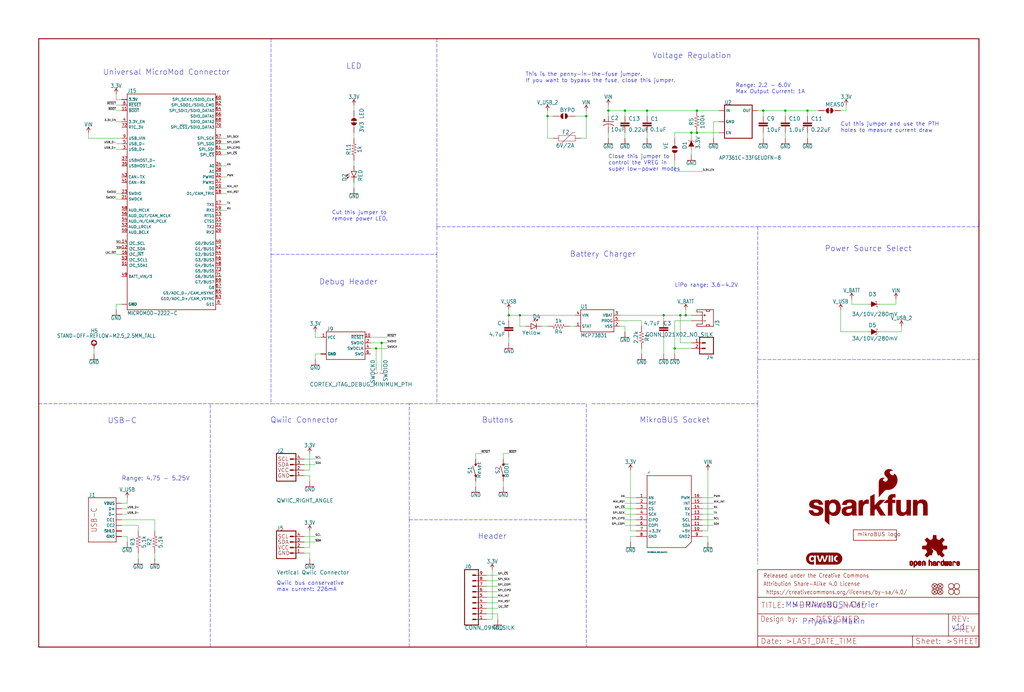
<source format=kicad_sch>
(kicad_sch (version 20211123) (generator eeschema)
  (paper "User" 470.306 317.906)
  (lib_symbols
    (symbol "eagleSchem-eagle-import:0.1UF-0603-25V-(+80{slash}-20%)"
      (property "Reference" "C" (at 1.524 2.921 0))
      (property "Value" "0.1UF-0603-25V-(+80{slash}-20%)" (at 1.524 -2.159 0))
      (symbol "0.1UF-0603-25V-(+80{slash}-20%)_1_0"
        (pin passive line (at 0 5.08 270) (length 2.54) (name "1") (number "1"))
        (pin passive line (at 0 -2.54 90) (length 2.54) (name "2") (number "2"))
      )
    )
    (symbol "eagleSchem-eagle-import:0.22UF-0603-25V-10%"
      (property "Reference" "C" (at 1.524 2.921 0))
      (property "Value" "0.22UF-0603-25V-10%" (at 1.524 -2.159 0))
      (symbol "0.22UF-0603-25V-10%_1_0"
        (pin passive line (at 0 5.08 270) (length 2.54) (name "1") (number "1"))
        (pin passive line (at 0 -2.54 90) (length 2.54) (name "2") (number "2"))
      )
    )
    (symbol "eagleSchem-eagle-import:1.0UF-0603-16V-10%"
      (property "Reference" "C" (at 1.524 2.921 0))
      (property "Value" "1.0UF-0603-16V-10%" (at 1.524 -2.159 0))
      (symbol "1.0UF-0603-16V-10%_1_0"
        (pin passive line (at 0 5.08 270) (length 2.54) (name "1") (number "1"))
        (pin passive line (at 0 -2.54 90) (length 2.54) (name "2") (number "2"))
      )
    )
    (symbol "eagleSchem-eagle-import:100KOHM-0603-1{slash}10W-1%"
      (property "Reference" "R" (at 0 1.524 0))
      (property "Value" "100KOHM-0603-1{slash}10W-1%" (at 0 -1.524 0))
      (symbol "100KOHM-0603-1{slash}10W-1%_1_0"
        (pin passive line (at -5.08 0 0) (length 2.54) (name "1") (number "1"))
        (pin passive line (at 5.08 0 180) (length 2.54) (name "2") (number "2"))
      )
    )
    (symbol "eagleSchem-eagle-import:10UF-0603-6.3V-20%"
      (property "Reference" "C" (at 1.524 2.921 0))
      (property "Value" "10UF-0603-6.3V-20%" (at 1.524 -2.159 0))
      (symbol "10UF-0603-6.3V-20%_1_0"
        (pin passive line (at 0 5.08 270) (length 2.54) (name "1") (number "1"))
        (pin passive line (at 0 -2.54 90) (length 2.54) (name "2") (number "2"))
      )
    )
    (symbol "eagleSchem-eagle-import:10UF-POLAR-EIA3216-16V-10%(TANT)"
      (property "Reference" "C" (at 1.016 0.635 0))
      (property "Value" "10UF-POLAR-EIA3216-16V-10%(TANT)" (at 1.016 -4.191 0))
      (symbol "10UF-POLAR-EIA3216-16V-10%(TANT)_1_0"
        (pin passive line (at 0 2.54 270) (length 2.54) (name "+") (number "+"))
        (pin passive line (at 0 -5.08 90) (length 2.54) (name "-") (number "-"))
      )
    )
    (symbol "eagleSchem-eagle-import:1KOHM-0603-1{slash}10W-1%"
      (property "Reference" "R" (at 0 1.524 0))
      (property "Value" "1KOHM-0603-1{slash}10W-1%" (at 0 -1.524 0))
      (symbol "1KOHM-0603-1{slash}10W-1%_1_0"
        (pin passive line (at -5.08 0 0) (length 2.54) (name "1") (number "1"))
        (pin passive line (at 5.08 0 180) (length 2.54) (name "2") (number "2"))
      )
    )
    (symbol "eagleSchem-eagle-import:2.2KOHM-0603-1{slash}10W-1%"
      (property "Reference" "R" (at 0 1.524 0))
      (property "Value" "2.2KOHM-0603-1{slash}10W-1%" (at 0 -1.524 0))
      (symbol "2.2KOHM-0603-1{slash}10W-1%_1_0"
        (pin passive line (at -5.08 0 0) (length 2.54) (name "1") (number "1"))
        (pin passive line (at 5.08 0 180) (length 2.54) (name "2") (number "2"))
      )
    )
    (symbol "eagleSchem-eagle-import:3.3V" (power)
      (property "Value" "3.3V" (at 0 2.794 0))
      (symbol "3.3V_1_0"
        (pin power_in line (at 0 0 90) (length 2.54) (name "3.3V") (number "1"))
      )
    )
    (symbol "eagleSchem-eagle-import:4.7UF-0603-35V-(20%)"
      (property "Reference" "C" (at 1.524 2.921 0))
      (property "Value" "4.7UF-0603-35V-(20%)" (at 1.524 -2.159 0))
      (symbol "4.7UF-0603-35V-(20%)_1_0"
        (pin passive line (at 0 5.08 270) (length 2.54) (name "1") (number "1"))
        (pin passive line (at 0 -2.54 90) (length 2.54) (name "2") (number "2"))
      )
    )
    (symbol "eagleSchem-eagle-import:5.1KOHM5.1KOHM-0603-1{slash}10W-1%"
      (property "Reference" "R" (at 0 1.524 0))
      (property "Value" "5.1KOHM5.1KOHM-0603-1{slash}10W-1%" (at 0 -1.524 0))
      (symbol "5.1KOHM5.1KOHM-0603-1{slash}10W-1%_1_0"
        (pin passive line (at -5.08 0 0) (length 2.54) (name "1") (number "1"))
        (pin passive line (at 5.08 0 180) (length 2.54) (name "2") (number "2"))
      )
    )
    (symbol "eagleSchem-eagle-import:AP7361C-33FGEUDFN-8"
      (property "Reference" "U" (at -7.62 7.874 0))
      (property "Value" "AP7361C-33FGEUDFN-8" (at -7.62 -7.874 0))
      (symbol "AP7361C-33FGEUDFN-8_1_0"
        (pin output line (at 7.62 5.08 180) (length 2.54) (name "OUT") (number "1"))
        (pin input line (at -10.16 0 0) (length 2.54) (name "GND") (number "4"))
        (pin bidirectional line (at -10.16 -5.08 0) (length 2.54) (name "EN") (number "5"))
        (pin input line (at -10.16 5.08 0) (length 2.54) (name "IN") (number "8"))
        (pin input line (at -10.16 0 0) (length 2.54) (name "GND") (number "EP"))
      )
    )
    (symbol "eagleSchem-eagle-import:CONN_021X02_NO_SILK"
      (property "Reference" "J" (at -2.54 5.588 0))
      (property "Value" "CONN_021X02_NO_SILK" (at -2.54 -4.826 0))
      (symbol "CONN_021X02_NO_SILK_1_0"
        (pin passive line (at 7.62 0 180) (length 5.08) (name "1") (number "1"))
        (pin passive line (at 7.62 2.54 180) (length 5.08) (name "2") (number "2"))
      )
    )
    (symbol "eagleSchem-eagle-import:CONN_09NO_SILK"
      (property "Reference" "J" (at 0 13.208 0))
      (property "Value" "CONN_09NO_SILK" (at 0 -14.986 0))
      (symbol "CONN_09NO_SILK_1_0"
        (pin passive line (at 10.16 -10.16 180) (length 5.08) (name "1") (number "1"))
        (pin passive line (at 10.16 -7.62 180) (length 5.08) (name "2") (number "2"))
        (pin passive line (at 10.16 -5.08 180) (length 5.08) (name "3") (number "3"))
        (pin passive line (at 10.16 -2.54 180) (length 5.08) (name "4") (number "4"))
        (pin passive line (at 10.16 0 180) (length 5.08) (name "5") (number "5"))
        (pin passive line (at 10.16 2.54 180) (length 5.08) (name "6") (number "6"))
        (pin passive line (at 10.16 5.08 180) (length 5.08) (name "7") (number "7"))
        (pin passive line (at 10.16 7.62 180) (length 5.08) (name "8") (number "8"))
        (pin passive line (at 10.16 10.16 180) (length 5.08) (name "9") (number "9"))
      )
    )
    (symbol "eagleSchem-eagle-import:CORTEX_JTAG_DEBUG_MINIMUM_PTH"
      (property "Reference" "J" (at -10.16 7.874 0))
      (property "Value" "CORTEX_JTAG_DEBUG_MINIMUM_PTH" (at -10.16 -7.366 0))
      (symbol "CORTEX_JTAG_DEBUG_MINIMUM_PTH_1_0"
        (pin bidirectional line (at -12.7 5.08 0) (length 2.54) (name "VCC") (number "1"))
        (pin bidirectional line (at 10.16 5.08 180) (length 2.54) (name "~{RESET}") (number "10"))
        (pin bidirectional line (at 10.16 2.54 180) (length 2.54) (name "SWDIO") (number "2"))
        (pin bidirectional line (at -12.7 -2.54 0) (length 2.54) (name "GND") (number "3"))
        (pin bidirectional line (at 10.16 0 180) (length 2.54) (name "SWDCLK") (number "4"))
        (pin bidirectional line (at -12.7 -2.54 0) (length 2.54) (name "GND") (number "5"))
        (pin bidirectional line (at 10.16 -2.54 180) (length 2.54) (name "SWO") (number "6"))
        (pin bidirectional line (at -12.7 -2.54 0) (length 2.54) (name "GND") (number "9"))
      )
    )
    (symbol "eagleSchem-eagle-import:DIODE-SCHOTTKY-BAT60A"
      (property "Reference" "D" (at -2.54 2.032 0))
      (property "Value" "DIODE-SCHOTTKY-BAT60A" (at -2.54 -2.032 0))
      (symbol "DIODE-SCHOTTKY-BAT60A_1_0"
        (pin passive line (at -2.54 0 0) (length 0) (name "A") (number "A"))
        (pin passive line (at 2.54 0 180) (length 0) (name "C") (number "C"))
      )
    )
    (symbol "eagleSchem-eagle-import:DIODE-ZENER-MM3Z3V3T1G"
      (property "Reference" "D" (at -2.54 2.032 0))
      (property "Value" "DIODE-ZENER-MM3Z3V3T1G" (at -2.54 -2.032 0))
      (symbol "DIODE-ZENER-MM3Z3V3T1G_1_0"
        (pin passive line (at -2.54 0 0) (length 0) (name "A") (number "A"))
        (pin passive line (at 2.54 0 180) (length 0) (name "C") (number "C"))
      )
    )
    (symbol "eagleSchem-eagle-import:FIDUCIALUFIDUCIAL")
    (symbol "eagleSchem-eagle-import:FRAME-LEDGER"
      (symbol "FRAME-LEDGER_2_0"
        (text " https://creativecommons.org/licenses/by-sa/4.0/" (at 2.54 24.13 0) (effects (font (size 1.9304 1.6408)) (justify left bottom)))
        (text ">DESIGNER" (at 23.114 11.176 0) (effects (font (size 2.7432 2.7432)) (justify left bottom)))
        (text ">DRAWING_NAME" (at 15.494 17.78 0) (effects (font (size 2.7432 2.7432)) (justify left bottom)))
        (text ">LAST_DATE_TIME" (at 12.7 1.27 0) (effects (font (size 2.54 2.54)) (justify left bottom)))
        (text ">REV" (at 88.9 6.604 0) (effects (font (size 2.7432 2.7432)) (justify left bottom)))
        (text ">SHEET" (at 86.36 1.27 0) (effects (font (size 2.54 2.54)) (justify left bottom)))
        (text "Attribution Share-Alike 4.0 License" (at 2.54 27.94 0) (effects (font (size 1.9304 1.6408)) (justify left bottom)))
        (text "Date:" (at 1.27 1.27 0) (effects (font (size 2.54 2.54)) (justify left bottom)))
        (text "Design by:" (at 1.27 11.43 0) (effects (font (size 2.54 2.159)) (justify left bottom)))
        (text "Released under the Creative Commons" (at 2.54 31.75 0) (effects (font (size 1.9304 1.6408)) (justify left bottom)))
        (text "REV:" (at 88.9 11.43 0) (effects (font (size 2.54 2.54)) (justify left bottom)))
        (text "Sheet:" (at 72.39 1.27 0) (effects (font (size 2.54 2.54)) (justify left bottom)))
        (text "TITLE:" (at 1.524 17.78 0) (effects (font (size 2.54 2.54)) (justify left bottom)))
      )
    )
    (symbol "eagleSchem-eagle-import:GND" (power)
      (property "Value" "GND" (at 0 -0.254 0))
      (symbol "GND_1_0"
        (pin power_in line (at 0 2.54 270) (length 2.54) (name "GND") (number "1"))
      )
    )
    (symbol "eagleSchem-eagle-import:JST_2MM_MALE"
      (property "Reference" "J" (at -2.54 5.842 0))
      (symbol "JST_2MM_MALE_1_0"
        (pin bidirectional line (at 0 -5.08 90) (length 5.08) (name "-") (number "1"))
        (pin bidirectional line (at 2.54 -5.08 90) (length 5.08) (name "+") (number "2"))
        (pin bidirectional line (at -2.54 2.54 90) (length 0) (name "PAD1") (number "NC1"))
        (pin bidirectional line (at 5.08 2.54 90) (length 0) (name "PAD2") (number "NC2"))
      )
    )
    (symbol "eagleSchem-eagle-import:JUMPER-COMBO_2_NC_TRACE"
      (property "Reference" "JP" (at -2.54 2.54 0))
      (property "Value" "JUMPER-COMBO_2_NC_TRACE" (at -2.54 -2.54 0))
      (symbol "JUMPER-COMBO_2_NC_TRACE_1_0"
        (pin passive line (at -5.08 0 0) (length 2.54) (name "1") (number "1"))
        (pin passive line (at 5.08 0 180) (length 2.54) (name "2") (number "2"))
        (pin passive line (at -5.08 0 0) (length 2.54) (name "1") (number "3"))
        (pin passive line (at 5.08 0 180) (length 2.54) (name "2") (number "4"))
      )
    )
    (symbol "eagleSchem-eagle-import:JUMPER-SMT_2_NC_TRACE_SILK"
      (property "Reference" "JP" (at -2.54 2.54 0))
      (property "Value" "JUMPER-SMT_2_NC_TRACE_SILK" (at -2.54 -2.54 0))
      (symbol "JUMPER-SMT_2_NC_TRACE_SILK_1_0"
        (pin passive line (at -5.08 0 0) (length 2.54) (name "1") (number "1"))
        (pin passive line (at 5.08 0 180) (length 2.54) (name "2") (number "2"))
      )
    )
    (symbol "eagleSchem-eagle-import:JUMPER-SMT_2_NO_SILK"
      (property "Reference" "JP" (at -2.54 2.54 0))
      (property "Value" "JUMPER-SMT_2_NO_SILK" (at -2.54 -2.54 0))
      (symbol "JUMPER-SMT_2_NO_SILK_1_0"
        (pin passive line (at -5.08 0 0) (length 2.54) (name "1") (number "1"))
        (pin passive line (at 5.08 0 180) (length 2.54) (name "2") (number "2"))
      )
    )
    (symbol "eagleSchem-eagle-import:LED-RED0603"
      (property "Reference" "D" (at -3.429 -4.572 90))
      (property "Value" "LED-RED0603" (at 1.905 -4.572 90))
      (symbol "LED-RED0603_1_0"
        (pin passive line (at 0 2.54 270) (length 2.54) (name "A") (number "A"))
        (pin passive line (at 0 -5.08 90) (length 2.54) (name "C") (number "C"))
      )
    )
    (symbol "eagleSchem-eagle-import:LED-YELLOW0603"
      (property "Reference" "D" (at -3.429 -4.572 90))
      (property "Value" "LED-YELLOW0603" (at 1.905 -4.572 90))
      (symbol "LED-YELLOW0603_1_0"
        (pin passive line (at 0 2.54 270) (length 2.54) (name "A") (number "A"))
        (pin passive line (at 0 -5.08 90) (length 2.54) (name "C") (number "C"))
      )
    )
    (symbol "eagleSchem-eagle-import:MCP73831"
      (property "Reference" "U" (at -7.62 5.588 0))
      (property "Value" "MCP73831" (at -7.62 -7.62 0))
      (symbol "MCP73831_1_0"
        (pin output line (at -10.16 -2.54 0) (length 2.54) (name "STAT") (number "1"))
        (pin power_in line (at 10.16 -2.54 180) (length 2.54) (name "VSS") (number "2"))
        (pin power_in line (at 10.16 2.54 180) (length 2.54) (name "VBAT") (number "3"))
        (pin power_in line (at -10.16 2.54 0) (length 2.54) (name "VIN") (number "4"))
        (pin input line (at 10.16 0 180) (length 2.54) (name "PROG") (number "5"))
      )
    )
    (symbol "eagleSchem-eagle-import:MICROMOD-2222-C"
      (property "Reference" "J" (at -20.32 53.848 0))
      (property "Value" "MICROMOD-2222-C" (at -20.32 -48.26 0))
      (symbol "MICROMOD-2222-C_1_0"
        (pin bidirectional line (at -22.86 -43.18 0) (length 2.54) (name "GND") (number "1"))
        (pin bidirectional line (at 22.86 10.16 180) (length 2.54) (name "D0") (number "10"))
        (pin bidirectional line (at -22.86 45.72 0) (length 2.54) (name "~{BOOT}") (number "11"))
        (pin bidirectional line (at -22.86 -17.78 0) (length 2.54) (name "I2C_SDA") (number "12"))
        (pin bidirectional line (at 22.86 -2.54 180) (length 2.54) (name "RTS1") (number "13"))
        (pin bidirectional line (at -22.86 -15.24 0) (length 2.54) (name "I2C_SCL") (number "14"))
        (pin bidirectional line (at 22.86 -5.08 180) (length 2.54) (name "CTS1") (number "15"))
        (pin bidirectional line (at -22.86 -20.32 0) (length 2.54) (name "I2C_~{INT}") (number "16"))
        (pin bidirectional line (at 22.86 2.54 180) (length 2.54) (name "TX1") (number "17"))
        (pin bidirectional line (at 22.86 7.62 180) (length 2.54) (name "D1/CAM_TRIG") (number "18"))
        (pin bidirectional line (at 22.86 0 180) (length 2.54) (name "RX1") (number "19"))
        (pin bidirectional line (at -22.86 50.8 0) (length 2.54) (name "3.3V") (number "2"))
        (pin bidirectional line (at 22.86 -10.16 180) (length 2.54) (name "RX2") (number "20"))
        (pin bidirectional line (at -22.86 5.08 0) (length 2.54) (name "SWDCK") (number "21"))
        (pin bidirectional line (at 22.86 -7.62 180) (length 2.54) (name "TX2") (number "22"))
        (pin bidirectional line (at -22.86 7.62 0) (length 2.54) (name "SWDIO") (number "23"))
        (pin bidirectional line (at -22.86 27.94 0) (length 2.54) (name "USB_D+") (number "3"))
        (pin bidirectional line (at 22.86 15.24 180) (length 2.54) (name "PWM0") (number "32"))
        (pin bidirectional line (at -22.86 -43.18 0) (length 2.54) (name "GND") (number "33"))
        (pin bidirectional line (at 22.86 20.32 180) (length 2.54) (name "A0") (number "34"))
        (pin bidirectional line (at -22.86 20.32 0) (length 2.54) (name "USBHOST_D+") (number "35"))
        (pin bidirectional line (at -22.86 -43.18 0) (length 2.54) (name "GND") (number "36"))
        (pin bidirectional line (at -22.86 22.86 0) (length 2.54) (name "USBHOST_D-") (number "37"))
        (pin bidirectional line (at 22.86 17.78 180) (length 2.54) (name "A1") (number "38"))
        (pin bidirectional line (at -22.86 -43.18 0) (length 2.54) (name "GND") (number "39"))
        (pin bidirectional line (at -22.86 40.64 0) (length 2.54) (name "3.3V_EN") (number "4"))
        (pin bidirectional line (at 22.86 -15.24 180) (length 2.54) (name "G0/BUS0") (number "40"))
        (pin bidirectional line (at -22.86 12.7 0) (length 2.54) (name "CAN-RX") (number "41"))
        (pin bidirectional line (at 22.86 -17.78 180) (length 2.54) (name "G1/BUS1") (number "42"))
        (pin bidirectional line (at -22.86 15.24 0) (length 2.54) (name "CAN-TX") (number "43"))
        (pin bidirectional line (at 22.86 -20.32 180) (length 2.54) (name "G2/BUS2") (number "44"))
        (pin bidirectional line (at -22.86 -43.18 0) (length 2.54) (name "GND") (number "45"))
        (pin bidirectional line (at 22.86 -22.86 180) (length 2.54) (name "G3/BUS3") (number "46"))
        (pin bidirectional line (at 22.86 12.7 180) (length 2.54) (name "PWM1") (number "47"))
        (pin bidirectional line (at 22.86 -25.4 180) (length 2.54) (name "G4/BUS4") (number "48"))
        (pin bidirectional line (at -22.86 -30.48 0) (length 2.54) (name "BATT_VIN/3") (number "49"))
        (pin bidirectional line (at -22.86 30.48 0) (length 2.54) (name "USB_D-") (number "5"))
        (pin bidirectional line (at -22.86 -10.16 0) (length 2.54) (name "AUD_BCLK") (number "50"))
        (pin bidirectional line (at -22.86 -25.4 0) (length 2.54) (name "I2C_SDA1") (number "51"))
        (pin bidirectional line (at -22.86 -7.62 0) (length 2.54) (name "AUD_LRCLK") (number "52"))
        (pin bidirectional line (at -22.86 -22.86 0) (length 2.54) (name "I2C_SCL1") (number "53"))
        (pin bidirectional line (at -22.86 -5.08 0) (length 2.54) (name "AUD_IN/CAM_PCLK") (number "54"))
        (pin bidirectional line (at 22.86 25.4 180) (length 2.54) (name "SPI_~{CS}") (number "55"))
        (pin bidirectional line (at -22.86 -2.54 0) (length 2.54) (name "AUD_OUT/CAM_MCLK") (number "56"))
        (pin bidirectional line (at 22.86 33.02 180) (length 2.54) (name "SPI_SCK") (number "57"))
        (pin bidirectional line (at -22.86 0 0) (length 2.54) (name "AUD_MCLK") (number "58"))
        (pin bidirectional line (at 22.86 30.48 180) (length 2.54) (name "SPI_SDO") (number "59"))
        (pin bidirectional line (at -22.86 48.26 0) (length 2.54) (name "~{RESET}") (number "6"))
        (pin bidirectional line (at 22.86 50.8 180) (length 2.54) (name "SPI_SCK1/SDIO_CLK") (number "60"))
        (pin bidirectional line (at 22.86 27.94 180) (length 2.54) (name "SPI_SDI") (number "61"))
        (pin bidirectional line (at 22.86 48.26 180) (length 2.54) (name "SPI_SDO1/SDIO_CMD") (number "62"))
        (pin bidirectional line (at 22.86 -40.64 180) (length 2.54) (name "G10/ADC_D+/CAM_VSYNC") (number "63"))
        (pin bidirectional line (at 22.86 45.72 180) (length 2.54) (name "SPI_SDI1/SDIO_DATA0") (number "64"))
        (pin bidirectional line (at 22.86 -38.1 180) (length 2.54) (name "G9/ADC_D-/CAM_HSYNC") (number "65"))
        (pin bidirectional line (at 22.86 43.18 180) (length 2.54) (name "SDIO_DATA1") (number "66"))
        (pin bidirectional line (at 22.86 -35.56 180) (length 2.54) (name "G8") (number "67"))
        (pin bidirectional line (at 22.86 40.64 180) (length 2.54) (name "SDIO_DATA2") (number "68"))
        (pin bidirectional line (at 22.86 -33.02 180) (length 2.54) (name "G7/BUS7") (number "69"))
        (pin bidirectional line (at -22.86 -43.18 0) (length 2.54) (name "GND") (number "7"))
        (pin bidirectional line (at 22.86 38.1 180) (length 2.54) (name "SPI_~{CS1}/SDIO_DATA3") (number "70"))
        (pin bidirectional line (at 22.86 -30.48 180) (length 2.54) (name "G6/BUS6") (number "71"))
        (pin bidirectional line (at -22.86 38.1 0) (length 2.54) (name "RTC_3V") (number "72"))
        (pin bidirectional line (at 22.86 -27.94 180) (length 2.54) (name "G5/BUS5") (number "73"))
        (pin bidirectional line (at -22.86 50.8 0) (length 2.54) (name "3.3V") (number "74"))
        (pin bidirectional line (at -22.86 -43.18 0) (length 2.54) (name "GND") (number "75"))
        (pin bidirectional line (at 22.86 -43.18 180) (length 2.54) (name "G11") (number "8"))
        (pin bidirectional line (at -22.86 33.02 0) (length 2.54) (name "USB_VIN") (number "9"))
      )
    )
    (symbol "eagleSchem-eagle-import:MIKROBUS_LOGO"
      (symbol "MIKROBUS_LOGO_1_0"
        (text "mikroBUS logo" (at -7.62 0 0) (effects (font (size 1.778 1.778)) (justify left bottom)))
      )
    )
    (symbol "eagleSchem-eagle-import:MIKROBUS_SMD_BLACK1"
      (property "Value" "MIKROBUS_SMD_BLACK1" (at -10.16 -13.97 0))
      (symbol "MIKROBUS_SMD_BLACK1_1_0"
        (pin bidirectional line (at -15.24 10.16 0) (length 5.08) (name "AN") (number "1"))
        (pin bidirectional line (at 15.24 -5.08 180) (length 5.08) (name "+5V") (number "10"))
        (pin bidirectional line (at 15.24 -2.54 180) (length 5.08) (name "SDA") (number "11"))
        (pin bidirectional line (at 15.24 0 180) (length 5.08) (name "SCL") (number "12"))
        (pin bidirectional line (at 15.24 2.54 180) (length 5.08) (name "TX") (number "13"))
        (pin bidirectional line (at 15.24 5.08 180) (length 5.08) (name "RX") (number "14"))
        (pin bidirectional line (at 15.24 7.62 180) (length 5.08) (name "INT") (number "15"))
        (pin bidirectional line (at 15.24 10.16 180) (length 5.08) (name "PWM") (number "16"))
        (pin bidirectional line (at -15.24 7.62 0) (length 5.08) (name "RST") (number "2"))
        (pin bidirectional line (at -15.24 5.08 0) (length 5.08) (name "CS") (number "3"))
        (pin bidirectional line (at -15.24 2.54 0) (length 5.08) (name "SCK") (number "4"))
        (pin bidirectional line (at -15.24 0 0) (length 5.08) (name "CIPO") (number "5"))
        (pin bidirectional line (at -15.24 -2.54 0) (length 5.08) (name "COPI") (number "6"))
        (pin bidirectional line (at -15.24 -5.08 0) (length 5.08) (name "+3.3V") (number "7"))
        (pin bidirectional line (at -15.24 -7.62 0) (length 5.08) (name "GND") (number "8"))
        (pin bidirectional line (at 15.24 -7.62 180) (length 5.08) (name "GND2") (number "9"))
      )
    )
    (symbol "eagleSchem-eagle-import:MOMENTARY-SWITCH-SPST-SMD-5.2-TALL-REDUNDANT"
      (property "Reference" "S" (at 0 1.524 0))
      (property "Value" "MOMENTARY-SWITCH-SPST-SMD-5.2-TALL-REDUNDANT" (at 0 -0.508 0))
      (symbol "MOMENTARY-SWITCH-SPST-SMD-5.2-TALL-REDUNDANT_1_0"
        (pin passive line (at -5.08 0 0) (length 2.54) (name "1") (number "1"))
        (pin passive line (at -5.08 0 0) (length 2.54) (name "1") (number "2"))
        (pin passive line (at 5.08 0 180) (length 2.54) (name "2") (number "3"))
        (pin passive line (at 5.08 0 180) (length 2.54) (name "2") (number "4"))
      )
    )
    (symbol "eagleSchem-eagle-import:OSHW-LOGOM")
    (symbol "eagleSchem-eagle-import:PPTC_6V2A"
      (property "Reference" "F" (at 1.905 3.175 0))
      (property "Value" "PPTC_6V2A" (at 1.27 -2.794 0))
      (symbol "PPTC_6V2A_1_0"
        (pin bidirectional line (at -5.08 0 0) (length 2.54) (name "1") (number "1"))
        (pin bidirectional line (at 7.62 0 180) (length 2.54) (name "2") (number "2"))
      )
    )
    (symbol "eagleSchem-eagle-import:QWIIC_CONNECTOR"
      (property "Reference" "J" (at -5.08 7.874 0))
      (property "Value" "QWIIC_CONNECTOR" (at -5.08 -5.334 0))
      (symbol "QWIIC_CONNECTOR_1_0"
        (text "GND" (at -4.572 -2.54 0) (effects (font (size 1.778 1.778)) (justify left)))
        (text "SCL" (at -4.572 5.08 0) (effects (font (size 1.778 1.778)) (justify left)))
        (text "SDA" (at -4.572 2.54 0) (effects (font (size 1.778 1.778)) (justify left)))
        (text "VCC" (at -4.572 0 0) (effects (font (size 1.778 1.778)) (justify left)))
        (pin power_in line (at 7.62 -2.54 180) (length 5.08) (name "1") (number "1"))
        (pin power_in line (at 7.62 0 180) (length 5.08) (name "2") (number "2"))
        (pin passive line (at 7.62 2.54 180) (length 5.08) (name "3") (number "3"))
        (pin passive line (at 7.62 5.08 180) (length 5.08) (name "4") (number "4"))
      )
    )
    (symbol "eagleSchem-eagle-import:QWIIC_CONNECTORJS-1MM"
      (property "Reference" "J" (at -5.08 7.874 0))
      (property "Value" "QWIIC_CONNECTORJS-1MM" (at -5.08 -5.334 0))
      (symbol "QWIIC_CONNECTORJS-1MM_1_0"
        (text "GND" (at -4.572 -2.54 0) (effects (font (size 1.778 1.778)) (justify left)))
        (text "SCL" (at -4.572 5.08 0) (effects (font (size 1.778 1.778)) (justify left)))
        (text "SDA" (at -4.572 2.54 0) (effects (font (size 1.778 1.778)) (justify left)))
        (text "VCC" (at -4.572 0 0) (effects (font (size 1.778 1.778)) (justify left)))
        (pin power_in line (at 7.62 -2.54 180) (length 5.08) (name "1") (number "1"))
        (pin power_in line (at 7.62 0 180) (length 5.08) (name "2") (number "2"))
        (pin passive line (at 7.62 2.54 180) (length 5.08) (name "3") (number "3"))
        (pin passive line (at 7.62 5.08 180) (length 5.08) (name "4") (number "4"))
      )
    )
    (symbol "eagleSchem-eagle-import:QWIIC_LOGO_CONNECTOR")
    (symbol "eagleSchem-eagle-import:SFE_LOGO_NAME_FLAME.2_INCH")
    (symbol "eagleSchem-eagle-import:STAND-OFF")
    (symbol "eagleSchem-eagle-import:STAND-OFF-REFLOW-M2.5_2.5MM_TALL"
      (property "Reference" "H" (at -2.54 2.54 0))
      (property "Value" "STAND-OFF-REFLOW-M2.5_2.5MM_TALL" (at 2.54 0 0))
      (symbol "STAND-OFF-REFLOW-M2.5_2.5MM_TALL_1_0"
        (pin bidirectional line (at 0 -2.54 90) (length 2.54) (name "1") (number "1"))
      )
    )
    (symbol "eagleSchem-eagle-import:TEST-POINTTP_15TH_THRU"
      (property "Reference" "TP" (at -2.54 2.54 0))
      (property "Value" "TEST-POINTTP_15TH_THRU" (at -2.54 -2.54 0))
      (symbol "TEST-POINTTP_15TH_THRU_1_0"
        (pin bidirectional line (at 0 0 180) (length 0) (name "1") (number "1"))
      )
    )
    (symbol "eagleSchem-eagle-import:USB_C_2-LAYER_PADS"
      (property "Reference" "J" (at -2.54 10.414 0))
      (property "Value" "USB_C_2-LAYER_PADS" (at -2.54 -12.446 0))
      (symbol "USB_C_2-LAYER_PADS_1_0"
        (text "USB-C" (at 0 0 900) (effects (font (size 2.54 2.159))))
        (pin bidirectional line (at 12.7 0 180) (length 2.54) (name "CC1") (number "A5"))
        (pin bidirectional line (at 12.7 5.08 180) (length 2.54) (name "D+") (number "A6"))
        (pin bidirectional line (at 12.7 2.54 180) (length 2.54) (name "D-") (number "A7"))
        (pin bidirectional line (at 12.7 -2.54 180) (length 2.54) (name "CC2") (number "B5"))
        (pin bidirectional line (at 12.7 5.08 180) (length 2.54) (name "D+") (number "B6"))
        (pin bidirectional line (at 12.7 2.54 180) (length 2.54) (name "D-") (number "B7"))
        (pin bidirectional line (at 12.7 -7.62 180) (length 2.54) (name "GND") (number "GND"))
        (pin bidirectional line (at 12.7 -7.62 180) (length 2.54) (name "GND") (number "GND2"))
        (pin bidirectional line (at 12.7 -5.08 180) (length 2.54) (name "SHLD") (number "SHLD1"))
        (pin bidirectional line (at 12.7 -5.08 180) (length 2.54) (name "SHLD") (number "SHLD2"))
        (pin bidirectional line (at 12.7 -5.08 180) (length 2.54) (name "SHLD") (number "SHLD3"))
        (pin bidirectional line (at 12.7 -5.08 180) (length 2.54) (name "SHLD") (number "SHLD4"))
        (pin bidirectional line (at 12.7 7.62 180) (length 2.54) (name "VBUS") (number "VBUS1"))
        (pin bidirectional line (at 12.7 7.62 180) (length 2.54) (name "VBUS") (number "VBUS2"))
      )
    )
    (symbol "eagleSchem-eagle-import:VIN" (power)
      (property "Value" "VIN" (at 0 2.794 0))
      (symbol "VIN_1_0"
        (pin power_in line (at 0 0 90) (length 2.54) (name "VIN") (number "1"))
      )
    )
    (symbol "eagleSchem-eagle-import:V_BATT" (power)
      (property "Value" "V_BATT" (at 0 2.794 0))
      (symbol "V_BATT_1_0"
        (pin power_in line (at 0 0 90) (length 2.54) (name "V_BATT") (number "1"))
      )
    )
    (symbol "eagleSchem-eagle-import:V_USB" (power)
      (property "Value" "V_USB" (at 0 2.794 0))
      (symbol "V_USB_1_0"
        (pin power_in line (at 0 0 90) (length 2.54) (name "V_USB") (number "1"))
      )
    )
    (symbol "eagleSchem-eagle-import:V_USB_2" (power)
      (property "Value" "V_USB_2" (at 0 2.794 0))
      (symbol "V_USB_2_1_0"
        (pin power_in line (at 0 0 90) (length 2.54) (name "V_USB_2") (number "1"))
      )
    )
  )
  (junction (at 312.42 144.78))
  (junction (at 360.68 50.8))
  (junction (at 370.84 50.8))
  (junction (at 304.8 144.78))
  (junction (at 314.96 144.78))
  (junction (at 251.46 53.34))
  (junction (at 317.5 60.96))
  (junction (at 269.24 53.34))
  (junction (at 172.72 160.02))
  (junction (at 297.18 50.8))
  (junction (at 320.04 50.8))
  (junction (at 309.88 160.02))
  (junction (at 238.76 144.78))
  (junction (at 320.04 60.96))
  (junction (at 233.68 144.78))
  (junction (at 350.52 50.8))
  (junction (at 279.4 50.8))
  (junction (at 175.26 157.48))
  (junction (at 287.02 50.8))
  (polyline (pts (xy 200.66 185.42) (xy 269.24 185.42)))
  (wire (pts (xy 170.18 160.02) (xy 172.72 160.02)))
  (wire (pts (xy 370.84 53.34) (xy 370.84 50.8)))
  (wire (pts (xy 139.7 218.44) (xy 142.24 218.44)))
  (wire (pts (xy 297.18 53.34) (xy 297.18 50.8)))
  (wire (pts (xy 287.02 50.8) (xy 279.4 50.8)))
  (polyline (pts (xy 124.46 116.84) (xy 124.46 185.42)))
  (wire (pts (xy 289.56 243.84) (xy 289.56 215.9)))
  (wire (pts (xy 297.18 50.8) (xy 287.02 50.8)))
  (polyline (pts (xy 187.96 297.18) (xy 187.96 238.76)))
  (wire (pts (xy 101.6 76.2) (xy 104.14 76.2)))
  (polyline (pts (xy 269.24 185.42) (xy 269.24 238.76)))
  (wire (pts (xy 309.88 147.32) (xy 309.88 160.02)))
  (wire (pts (xy 162.56 76.2) (xy 162.56 73.66)))
  (wire (pts (xy 398.78 139.7) (xy 391.16 139.7)))
  (polyline (pts (xy 347.98 185.42) (xy 347.98 165.1)))
  (wire (pts (xy 55.88 66.04) (xy 53.34 66.04)))
  (wire (pts (xy 370.84 63.5) (xy 370.84 60.96)))
  (wire (pts (xy 248.92 149.86) (xy 251.46 149.86)))
  (wire (pts (xy 175.26 157.48) (xy 177.8 157.48)))
  (wire (pts (xy 292.1 233.68) (xy 287.02 233.68)))
  (wire (pts (xy 350.52 50.8) (xy 347.98 50.8)))
  (wire (pts (xy 287.02 50.8) (xy 287.02 53.34)))
  (polyline (pts (xy 271.78 185.42) (xy 347.98 185.42)))
  (wire (pts (xy 63.5 241.3) (xy 63.5 243.84)))
  (polyline (pts (xy 124.46 17.78) (xy 124.46 116.84)))
  (wire (pts (xy 223.52 276.86) (xy 228.6 276.86)))
  (wire (pts (xy 360.68 50.8) (xy 350.52 50.8)))
  (wire (pts (xy 284.48 144.78) (xy 304.8 144.78)))
  (wire (pts (xy 314.96 142.24) (xy 314.96 144.78)))
  (polyline (pts (xy 17.78 185.42) (xy 96.52 185.42)))
  (wire (pts (xy 55.88 63.5) (xy 40.64 63.5)))
  (wire (pts (xy 139.7 213.36) (xy 144.78 213.36)))
  (wire (pts (xy 386.08 152.4) (xy 386.08 142.24)))
  (wire (pts (xy 327.66 55.88) (xy 327.66 63.5)))
  (wire (pts (xy 304.8 144.78) (xy 312.42 144.78)))
  (polyline (pts (xy 347.98 165.1) (xy 449.58 165.1)))
  (wire (pts (xy 322.58 246.38) (xy 325.12 246.38)))
  (wire (pts (xy 55.88 68.58) (xy 53.34 68.58)))
  (wire (pts (xy 411.48 139.7) (xy 411.48 137.16)))
  (wire (pts (xy 223.52 281.94) (xy 228.6 281.94)))
  (wire (pts (xy 330.2 55.88) (xy 327.66 55.88)))
  (polyline (pts (xy 449.58 104.14) (xy 449.58 101.6)))
  (wire (pts (xy 322.58 233.68) (xy 327.66 233.68)))
  (wire (pts (xy 101.6 88.9) (xy 104.14 88.9)))
  (wire (pts (xy 55.88 139.7) (xy 53.34 139.7)))
  (wire (pts (xy 147.32 154.94) (xy 144.78 154.94)))
  (wire (pts (xy 233.68 144.78) (xy 233.68 142.24)))
  (wire (pts (xy 55.88 55.88) (xy 53.34 55.88)))
  (wire (pts (xy 317.5 157.48) (xy 312.42 157.48)))
  (wire (pts (xy 238.76 149.86) (xy 238.76 144.78)))
  (wire (pts (xy 175.26 167.64) (xy 175.26 157.48)))
  (wire (pts (xy 223.52 269.24) (xy 228.6 269.24)))
  (wire (pts (xy 289.56 246.38) (xy 289.56 248.92)))
  (wire (pts (xy 223.52 284.48) (xy 226.06 284.48)))
  (wire (pts (xy 292.1 238.76) (xy 287.02 238.76)))
  (wire (pts (xy 170.18 157.48) (xy 175.26 157.48)))
  (wire (pts (xy 55.88 116.84) (xy 53.34 116.84)))
  (wire (pts (xy 101.6 66.04) (xy 104.14 66.04)))
  (wire (pts (xy 55.88 246.38) (xy 58.42 246.38)))
  (polyline (pts (xy 124.46 116.84) (xy 200.66 116.84)))
  (wire (pts (xy 220.98 208.28) (xy 218.44 208.28)))
  (wire (pts (xy 398.78 152.4) (xy 386.08 152.4)))
  (wire (pts (xy 292.1 241.3) (xy 287.02 241.3)))
  (polyline (pts (xy 347.98 185.42) (xy 347.98 259.08)))
  (wire (pts (xy 264.16 144.78) (xy 238.76 144.78)))
  (polyline (pts (xy 200.66 17.78) (xy 200.66 104.14)))
  (wire (pts (xy 261.62 149.86) (xy 264.16 149.86)))
  (wire (pts (xy 58.42 246.38) (xy 58.42 248.92)))
  (wire (pts (xy 228.6 281.94) (xy 228.6 284.48)))
  (wire (pts (xy 294.64 147.32) (xy 294.64 149.86)))
  (wire (pts (xy 317.5 63.5) (xy 317.5 60.96)))
  (wire (pts (xy 309.88 63.5) (xy 309.88 60.96)))
  (wire (pts (xy 101.6 86.36) (xy 104.14 86.36)))
  (wire (pts (xy 162.56 86.36) (xy 162.56 83.82)))
  (wire (pts (xy 139.7 251.46) (xy 142.24 251.46)))
  (polyline (pts (xy 200.66 116.84) (xy 200.66 185.42)))
  (wire (pts (xy 251.46 63.5) (xy 254 63.5)))
  (wire (pts (xy 317.5 60.96) (xy 320.04 60.96)))
  (wire (pts (xy 322.58 243.84) (xy 325.12 243.84)))
  (wire (pts (xy 360.68 53.34) (xy 360.68 50.8)))
  (wire (pts (xy 63.5 256.54) (xy 63.5 254)))
  (wire (pts (xy 144.78 154.94) (xy 144.78 152.4)))
  (wire (pts (xy 231.14 223.52) (xy 231.14 220.98)))
  (wire (pts (xy 309.88 78.74) (xy 322.58 78.74)))
  (wire (pts (xy 386.08 50.8) (xy 388.62 50.8)))
  (wire (pts (xy 317.5 147.32) (xy 309.88 147.32)))
  (wire (pts (xy 55.88 238.76) (xy 71.12 238.76)))
  (wire (pts (xy 172.72 167.64) (xy 172.72 160.02)))
  (wire (pts (xy 142.24 215.9) (xy 142.24 208.28)))
  (wire (pts (xy 375.92 50.8) (xy 370.84 50.8)))
  (wire (pts (xy 264.16 53.34) (xy 269.24 53.34)))
  (wire (pts (xy 144.78 162.56) (xy 144.78 165.1)))
  (wire (pts (xy 279.4 50.8) (xy 279.4 48.26)))
  (wire (pts (xy 233.68 154.94) (xy 233.68 157.48)))
  (wire (pts (xy 223.52 271.78) (xy 228.6 271.78)))
  (wire (pts (xy 287.02 63.5) (xy 287.02 60.96)))
  (wire (pts (xy 231.14 208.28) (xy 233.68 208.28)))
  (wire (pts (xy 388.62 48.26) (xy 388.62 50.8)))
  (wire (pts (xy 251.46 53.34) (xy 251.46 50.8)))
  (wire (pts (xy 312.42 144.78) (xy 314.96 144.78)))
  (wire (pts (xy 55.88 231.14) (xy 58.42 231.14)))
  (wire (pts (xy 292.1 231.14) (xy 287.02 231.14)))
  (wire (pts (xy 147.32 162.56) (xy 144.78 162.56)))
  (wire (pts (xy 350.52 53.34) (xy 350.52 50.8)))
  (wire (pts (xy 317.5 160.02) (xy 309.88 160.02)))
  (wire (pts (xy 55.88 111.76) (xy 53.34 111.76)))
  (wire (pts (xy 322.58 241.3) (xy 327.66 241.3)))
  (wire (pts (xy 218.44 210.82) (xy 218.44 208.28)))
  (wire (pts (xy 241.3 149.86) (xy 238.76 149.86)))
  (wire (pts (xy 101.6 71.12) (xy 104.14 71.12)))
  (polyline (pts (xy 96.52 297.18) (xy 96.52 185.42)))
  (wire (pts (xy 139.7 254) (xy 142.24 254)))
  (wire (pts (xy 55.88 241.3) (xy 63.5 241.3)))
  (wire (pts (xy 251.46 53.34) (xy 251.46 63.5)))
  (wire (pts (xy 304.8 154.94) (xy 304.8 162.56)))
  (wire (pts (xy 53.34 45.72) (xy 53.34 43.18)))
  (wire (pts (xy 170.18 154.94) (xy 177.8 154.94)))
  (polyline (pts (xy 200.66 104.14) (xy 347.98 104.14)))
  (wire (pts (xy 139.7 246.38) (xy 144.78 246.38)))
  (wire (pts (xy 71.12 256.54) (xy 71.12 254)))
  (wire (pts (xy 284.48 147.32) (xy 294.64 147.32)))
  (wire (pts (xy 139.7 210.82) (xy 144.78 210.82)))
  (wire (pts (xy 304.8 147.32) (xy 304.8 144.78)))
  (wire (pts (xy 312.42 157.48) (xy 312.42 144.78)))
  (wire (pts (xy 287.02 149.86) (xy 287.02 152.4)))
  (wire (pts (xy 314.96 144.78) (xy 317.5 144.78)))
  (wire (pts (xy 330.2 60.96) (xy 320.04 60.96)))
  (wire (pts (xy 162.56 50.8) (xy 162.56 48.26)))
  (wire (pts (xy 309.88 160.02) (xy 309.88 162.56)))
  (wire (pts (xy 101.6 63.5) (xy 104.14 63.5)))
  (wire (pts (xy 254 53.34) (xy 251.46 53.34)))
  (polyline (pts (xy 347.98 104.14) (xy 449.58 104.14)))
  (wire (pts (xy 172.72 160.02) (xy 177.8 160.02)))
  (wire (pts (xy 101.6 81.28) (xy 104.14 81.28)))
  (polyline (pts (xy 347.98 165.1) (xy 347.98 104.14)))
  (wire (pts (xy 360.68 63.5) (xy 360.68 60.96)))
  (wire (pts (xy 309.88 73.66) (xy 309.88 78.74)))
  (wire (pts (xy 330.2 50.8) (xy 320.04 50.8)))
  (wire (pts (xy 322.58 236.22) (xy 327.66 236.22)))
  (wire (pts (xy 55.88 50.8) (xy 53.34 50.8)))
  (wire (pts (xy 325.12 243.84) (xy 325.12 215.9)))
  (wire (pts (xy 162.56 63.5) (xy 162.56 60.96)))
  (wire (pts (xy 55.88 48.26) (xy 53.34 48.26)))
  (wire (pts (xy 142.24 251.46) (xy 142.24 243.84)))
  (wire (pts (xy 414.02 152.4) (xy 414.02 149.86)))
  (wire (pts (xy 101.6 96.52) (xy 104.14 96.52)))
  (polyline (pts (xy 187.96 238.76) (xy 187.96 185.42)))
  (wire (pts (xy 55.88 236.22) (xy 58.42 236.22)))
  (wire (pts (xy 55.88 233.68) (xy 58.42 233.68)))
  (wire (pts (xy 322.58 231.14) (xy 327.66 231.14)))
  (wire (pts (xy 370.84 50.8) (xy 360.68 50.8)))
  (wire (pts (xy 226.06 284.48) (xy 226.06 261.62)))
  (wire (pts (xy 233.68 147.32) (xy 233.68 144.78)))
  (wire (pts (xy 309.88 60.96) (xy 317.5 60.96)))
  (wire (pts (xy 292.1 228.6) (xy 287.02 228.6)))
  (polyline (pts (xy 124.46 185.42) (xy 187.96 185.42)))
  (wire (pts (xy 292.1 236.22) (xy 287.02 236.22)))
  (wire (pts (xy 139.7 215.9) (xy 142.24 215.9)))
  (wire (pts (xy 55.88 88.9) (xy 53.34 88.9)))
  (wire (pts (xy 320.04 50.8) (xy 297.18 50.8)))
  (wire (pts (xy 142.24 254) (xy 142.24 256.54)))
  (wire (pts (xy 58.42 231.14) (xy 58.42 228.6)))
  (wire (pts (xy 223.52 266.7) (xy 228.6 266.7)))
  (wire (pts (xy 322.58 228.6) (xy 327.66 228.6)))
  (wire (pts (xy 269.24 53.34) (xy 269.24 50.8)))
  (wire (pts (xy 55.88 45.72) (xy 53.34 45.72)))
  (wire (pts (xy 269.24 53.34) (xy 269.24 63.5)))
  (wire (pts (xy 101.6 93.98) (xy 104.14 93.98)))
  (wire (pts (xy 139.7 248.92) (xy 144.78 248.92)))
  (wire (pts (xy 294.64 162.56) (xy 294.64 160.02)))
  (wire (pts (xy 350.52 63.5) (xy 350.52 60.96)))
  (wire (pts (xy 223.52 274.32) (xy 228.6 274.32)))
  (polyline (pts (xy 96.52 185.42) (xy 124.46 185.42)))
  (wire (pts (xy 53.34 139.7) (xy 53.34 142.24)))
  (wire (pts (xy 297.18 63.5) (xy 297.18 60.96)))
  (wire (pts (xy 322.58 238.76) (xy 327.66 238.76)))
  (wire (pts (xy 71.12 238.76) (xy 71.12 243.84)))
  (wire (pts (xy 284.48 149.86) (xy 287.02 149.86)))
  (polyline (pts (xy 187.96 185.42) (xy 200.66 185.42)))
  (wire (pts (xy 101.6 68.58) (xy 104.14 68.58)))
  (wire (pts (xy 403.86 139.7) (xy 411.48 139.7)))
  (wire (pts (xy 266.7 63.5) (xy 269.24 63.5)))
  (wire (pts (xy 223.52 279.4) (xy 228.6 279.4)))
  (wire (pts (xy 218.44 220.98) (xy 218.44 223.52)))
  (polyline (pts (xy 187.96 238.76) (xy 269.24 238.76)))
  (wire (pts (xy 325.12 246.38) (xy 325.12 248.92)))
  (wire (pts (xy 391.16 139.7) (xy 391.16 137.16)))
  (wire (pts (xy 414.02 152.4) (xy 403.86 152.4)))
  (wire (pts (xy 292.1 246.38) (xy 289.56 246.38)))
  (wire (pts (xy 279.4 63.5) (xy 279.4 60.96)))
  (wire (pts (xy 292.1 243.84) (xy 289.56 243.84)))
  (wire (pts (xy 55.88 91.44) (xy 53.34 91.44)))
  (wire (pts (xy 40.64 63.5) (xy 40.64 60.96)))
  (wire (pts (xy 223.52 264.16) (xy 228.6 264.16)))
  (polyline (pts (xy 200.66 104.14) (xy 200.66 116.84)))
  (wire (pts (xy 238.76 144.78) (xy 233.68 144.78)))
  (wire (pts (xy 317.5 71.12) (xy 317.5 68.58)))
  (polyline (pts (xy 269.24 238.76) (xy 269.24 297.18)))
  (wire (pts (xy 142.24 218.44) (xy 142.24 220.98)))
  (wire (pts (xy 43.18 162.56) (xy 43.18 160.02)))
  (wire (pts (xy 231.14 210.82) (xy 231.14 208.28)))
  (wire (pts (xy 55.88 114.3) (xy 53.34 114.3)))
  (wire (pts (xy 279.4 53.34) (xy 279.4 50.8)))
  (text "Buttons" (at 228.6 193.04 180) (effects (font (size 2.54 2.54))))
  (text "This is the penny-in-the-fuse jumper.\nIf you want to bypass the fuse, close this jumper." (at 241.3 38.1 0) (effects (font (size 1.778 1.778)) (justify left bottom)))
  (text "Header" (at 226.06 246.38 180) (effects (font (size 2.54 2.54))))
  (text "LED" (at 162.56 30.48 180) (effects (font (size 2.54 2.54))))
  (text "Range: 2.2 - 6.0V\nMax Output Current: 1A" (at 337.82 43.18 180) (effects (font (size 1.778 1.778)) (justify left bottom)))
  (text "MM-MikroBUS-Carrier" (at 360.68 279.4 180) (effects (font (size 2.54 2.54)) (justify left bottom)))
  (text "v11" (at 436.88 289.56 180) (effects (font (size 2.54 2.54)) (justify left bottom)))
  (text "Priyanka Makin" (at 368.3 287.02 180) (effects (font (size 2.54 2.54)) (justify left bottom)))
  (text "Voltage Regulation" (at 317.754 25.654 180) (effects (font (size 2.54 2.54))))
  (text "Range: 4.75 - 5.25V" (at 55.88 220.98 180) (effects (font (size 1.9304 1.9304)) (justify left bottom)))
  (text "USB-C" (at 56.134 193.294 180) (effects (font (size 2.54 2.54))))
  (text "Universal MicroMod Connector" (at 76.454 33.274 180) (effects (font (size 2.54 2.54))))
  (text "MikroBUS Socket" (at 309.88 193.04 180) (effects (font (size 2.54 2.54))))
  (text "Power Source Select" (at 398.78 114.3 180) (effects (font (size 2.54 2.54))))
  (text "Cut this jumper and use the PTH\nholes to measure current draw" (at 386.08 60.96 0) (effects (font (size 1.778 1.778)) (justify left bottom)))
  (text "LiPo range: 3.6-4.2V" (at 309.88 132.08 180) (effects (font (size 1.778 1.778)) (justify left bottom)))
  (text "Debug Header" (at 160.02 129.54 180) (effects (font (size 2.54 2.54))))
  (text "Close this jumper to\ncontrol the VREG in\nsuper low-power modes" (at 279.4 78.74 0) (effects (font (size 1.778 1.778)) (justify left bottom)))
  (text "Cut this jumper to\nremove power LED." (at 152.4 101.6 180) (effects (font (size 1.778 1.778)) (justify left bottom)))
  (text "Qwiic bus conservative\nmax current: 226mA" (at 127 271.78 180) (effects (font (size 1.778 1.778)) (justify left bottom)))
  (text "Battery Charger" (at 276.86 116.84 180) (effects (font (size 2.54 2.54))))
  (text "Qwiic Connector" (at 139.7 193.04 180) (effects (font (size 2.54 2.54))))
  (label "AN" (at 287.02 228.6 180) (effects (font (size 0.889 0.889))))
  (label "SDA" (at 53.34 114.3 0) (effects (font (size 0.889 0.889))))
  (label "~{RESET}" (at 177.8 154.94 0) (effects (font (size 0.889 0.889))))
  (label "SDA" (at 327.66 241.3 0) (effects (font (size 0.889 0.889))))
  (label "USB_D+" (at 58.42 233.68 0) (effects (font (size 0.889 0.889))))
  (label "RX" (at 104.14 96.52 0) (effects (font (size 0.889 0.889))))
  (label "RX" (at 327.66 233.68 0) (effects (font (size 0.889 0.889))))
  (label "SPI_COPI" (at 228.6 269.24 0) (effects (font (size 0.889 0.889))))
  (label "~{RESET}" (at 53.34 48.26 180) (effects (font (size 0.889 0.889))))
  (label "SCL" (at 327.66 238.76 0) (effects (font (size 0.889 0.889))))
  (label "SPI_SCK" (at 287.02 236.22 180) (effects (font (size 0.889 0.889))))
  (label "SWDIO" (at 53.34 88.9 180) (effects (font (size 0.889 0.889))))
  (label "SCL" (at 53.34 111.76 0) (effects (font (size 0.889 0.889))))
  (label "SPI_~{CS}" (at 228.6 264.16 0) (effects (font (size 0.889 0.889))))
  (label "MIK_RST" (at 287.02 231.14 180) (effects (font (size 0.889 0.889))))
  (label "USB_D-" (at 58.42 236.22 0) (effects (font (size 0.889 0.889))))
  (label "SPI_COPI" (at 104.14 66.04 0) (effects (font (size 0.889 0.889))))
  (label "PWM" (at 104.14 81.28 0) (effects (font (size 0.889 0.889))))
  (label "MIK_RST" (at 228.6 276.86 0) (effects (font (size 0.889 0.889))))
  (label "AN" (at 104.14 76.2 0) (effects (font (size 0.889 0.889))))
  (label "SPI_SCK" (at 104.14 63.5 0) (effects (font (size 0.889 0.889))))
  (label "SWDCK" (at 53.34 91.44 180) (effects (font (size 0.889 0.889))))
  (label "SPI_CIPO" (at 104.14 68.58 0) (effects (font (size 0.889 0.889))))
  (label "MIK_INT" (at 228.6 274.32 0) (effects (font (size 0.889 0.889))))
  (label "TX" (at 327.66 236.22 0) (effects (font (size 0.889 0.889))))
  (label "~{BOOT}" (at 233.68 208.28 0) (effects (font (size 0.889 0.889))))
  (label "MIK_RST" (at 104.14 88.9 0) (effects (font (size 0.889 0.889))))
  (label "SDA" (at 144.78 248.92 0) (effects (font (size 0.889 0.889))))
  (label "SWDCK" (at 177.8 160.02 0) (effects (font (size 0.889 0.889))))
  (label "~{RESET}" (at 220.98 208.28 0) (effects (font (size 0.889 0.889))))
  (label "TX" (at 104.14 93.98 0) (effects (font (size 0.889 0.889))))
  (label "SWDIO" (at 177.8 157.48 0) (effects (font (size 0.889 0.889))))
  (label "3.3V_EN" (at 53.34 55.88 180) (effects (font (size 0.889 0.889))))
  (label "SPI_~{CS}" (at 287.02 233.68 180) (effects (font (size 0.889 0.889))))
  (label "SCL" (at 144.78 246.38 0) (effects (font (size 0.889 0.889))))
  (label "I2C_~{INT}" (at 53.34 116.84 180) (effects (font (size 0.889 0.889))))
  (label "SPI_SCK" (at 228.6 266.7 0) (effects (font (size 0.889 0.889))))
  (label "SDA" (at 144.78 248.92 0) (effects (font (size 0.889 0.889))))
  (label "USB_D-" (at 53.34 66.04 180) (effects (font (size 0.889 0.889))))
  (label "MIK_INT" (at 104.14 86.36 0) (effects (font (size 0.889 0.889))))
  (label "SPI_~{CS}" (at 104.14 71.12 0) (effects (font (size 0.889 0.889))))
  (label "USB_D+" (at 53.34 68.58 180) (effects (font (size 0.889 0.889))))
  (label "SPI_COPI" (at 287.02 241.3 180) (effects (font (size 0.889 0.889))))
  (label "SDA" (at 144.78 213.36 0) (effects (font (size 0.889 0.889))))
  (label "SPI_CIPO" (at 287.02 238.76 180) (effects (font (size 0.889 0.889))))
  (label "SPI_CIPO" (at 228.6 271.78 0) (effects (font (size 0.889 0.889))))
  (label "3.3V_EN" (at 322.58 78.74 0) (effects (font (size 0.889 0.889))))
  (label "~{BOOT}" (at 53.34 50.8 180) (effects (font (size 0.889 0.889))))
  (label "MIK_INT" (at 327.66 231.14 0) (effects (font (size 0.889 0.889))))
  (label "SCL" (at 144.78 210.82 0) (effects (font (size 0.889 0.889))))
  (label "I2C_~{INT}" (at 228.6 279.4 0) (effects (font (size 0.889 0.889))))
  (label "PWM" (at 327.66 228.6 0) (effects (font (size 0.889 0.889))))
  (symbol (lib_id "eagleSchem-eagle-import:3.3V") (at 144.78 152.4 0) (unit 1)
    (property "Reference" "#SUPPLY20" (effects hide))
    (property "Value" "3.3V" (at 144.78 149.606 0) (effects (font (size 1.778 1.5113)) (justify bottom)))
    (property "Footprint" "eagleSchem:" (effects hide))
  )
  (symbol (lib_id "eagleSchem-eagle-import:GND") (at 317.5 73.66 0) (unit 1)
    (property "Reference" "#GND23" (effects hide))
    (property "Value" "GND" (at 317.5 73.914 0) (effects (font (size 1.778 1.5113)) (justify top)))
    (property "Footprint" "eagleSchem:" (effects hide))
  )
  (symbol (lib_id "eagleSchem-eagle-import:VIN") (at 411.48 137.16 0) (unit 1)
    (property "Reference" "#SUPPLY10" (effects hide))
    (property "Value" "VIN" (at 411.48 134.366 0) (effects (font (size 1.778 1.5113)) (justify bottom)))
    (property "Footprint" "eagleSchem:" (effects hide))
  )
  (symbol (lib_id "eagleSchem-eagle-import:3.3V") (at 53.34 43.18 0) (unit 1)
    (property "Reference" "#SUPPLY1" (effects hide))
    (property "Value" "3.3V" (at 53.34 40.386 0) (effects (font (size 1.778 1.5113)) (justify bottom)))
    (property "Footprint" "eagleSchem:" (effects hide))
  )
  (symbol (lib_id "eagleSchem-eagle-import:VIN") (at 325.12 215.9 0) (unit 1)
    (property "Reference" "#SUPPLY19" (effects hide))
    (property "Value" "VIN" (at 325.12 213.106 0) (effects (font (size 1.778 1.5113)) (justify bottom)))
    (property "Footprint" "eagleSchem:" (effects hide))
  )
  (symbol (lib_id "eagleSchem-eagle-import:GND") (at 142.24 223.52 0) (unit 1)
    (property "Reference" "#GND2" (effects hide))
    (property "Value" "GND" (at 142.24 223.774 0) (effects (font (size 1.778 1.5113)) (justify top)))
    (property "Footprint" "eagleSchem:" (effects hide))
  )
  (symbol (lib_id "eagleSchem-eagle-import:JUMPER-COMBO_2_NC_TRACE") (at 381 50.8 0) (unit 1)
    (property "Reference" "MEAS0" (at 378.968 49.022 0) (effects (font (size 1.778 1.778)) (justify left bottom)))
    (property "Value" "JUMPER-COMBO_2_NC_TRACE" (effects hide))
    (property "Footprint" "eagleSchem:COMBO-JUMPER_2_NC_TRACE" (effects hide))
  )
  (symbol (lib_id "eagleSchem-eagle-import:GND") (at 142.24 259.08 0) (unit 1)
    (property "Reference" "#GND18" (effects hide))
    (property "Value" "GND" (at 142.24 259.334 0) (effects (font (size 1.778 1.5113)) (justify top)))
    (property "Footprint" "eagleSchem:" (effects hide))
  )
  (symbol (lib_id "eagleSchem-eagle-import:DIODE-SCHOTTKY-BAT60A") (at 401.32 152.4 0) (unit 1)
    (property "Reference" "D5" (at 398.78 150.368 0) (effects (font (size 1.778 1.778)) (justify left bottom)))
    (property "Value" "3A/10V/280mV" (at 391.16 154.432 0) (effects (font (size 1.778 1.778)) (justify left top)))
    (property "Footprint" "eagleSchem:SOD-323" (effects hide))
  )
  (symbol (lib_id "eagleSchem-eagle-import:0.1UF-0603-25V-(+80{slash}-20%)") (at 297.18 58.42 0) (mirror y) (unit 1)
    (property "Reference" "C1" (at 298.704 55.626 0) (effects (font (size 1.778 1.778)) (justify right bottom)))
    (property "Value" "0.1uF" (at 298.45 60.452 0) (effects (font (size 1.778 1.778)) (justify right bottom)))
    (property "Footprint" "eagleSchem:0603" (effects hide))
  )
  (symbol (lib_id "eagleSchem-eagle-import:10UF-POLAR-EIA3216-16V-10%(TANT)") (at 279.4 55.88 0) (unit 1)
    (property "Reference" "C2" (at 280.416 55.245 0) (effects (font (size 1.778 1.778)) (justify left bottom)))
    (property "Value" "10uF" (at 280.416 60.452 0) (effects (font (size 1.778 1.778)) (justify left bottom)))
    (property "Footprint" "eagleSchem:EIA3216" (effects hide))
  )
  (symbol (lib_id "eagleSchem-eagle-import:GND") (at 297.18 66.04 0) (unit 1)
    (property "Reference" "#GND6" (effects hide))
    (property "Value" "GND" (at 297.18 66.294 0) (effects (font (size 1.778 1.5113)) (justify top)))
    (property "Footprint" "eagleSchem:" (effects hide))
  )
  (symbol (lib_id "eagleSchem-eagle-import:CONN_09NO_SILK") (at 213.36 274.32 0) (unit 1)
    (property "Reference" "J6" (at 213.36 261.112 0) (effects (font (size 1.778 1.778)) (justify left bottom)))
    (property "Value" "CONN_09NO_SILK" (at 213.36 289.306 0) (effects (font (size 1.778 1.778)) (justify left bottom)))
    (property "Footprint" "eagleSchem:1X09_NO_SILK" (effects hide))
  )
  (symbol (lib_id "eagleSchem-eagle-import:STAND-OFF") (at 439.42 269.24 0) (unit 1)
    (property "Reference" "H2" (effects hide))
    (property "Value" "STAND-OFF" (effects hide))
    (property "Footprint" "eagleSchem:STAND-OFF" (effects hide))
  )
  (symbol (lib_id "eagleSchem-eagle-import:FIDUCIALUFIDUCIAL") (at 431.8 269.24 0) (unit 1)
    (property "Reference" "FD2" (effects hide))
    (property "Value" "FIDUCIALUFIDUCIAL" (effects hide))
    (property "Footprint" "eagleSchem:FIDUCIAL-MICRO" (effects hide))
  )
  (symbol (lib_id "eagleSchem-eagle-import:MOMENTARY-SWITCH-SPST-SMD-5.2-TALL-REDUNDANT") (at 231.14 215.9 90) (unit 1)
    (property "Reference" "S2" (at 229.616 215.9 0) (effects (font (size 1.778 1.778)) (justify bottom)))
    (property "Value" "BOOT" (at 231.648 215.9 0) (effects (font (size 1.778 1.778)) (justify top)))
    (property "Footprint" "eagleSchem:TACTILE_SWITCH_SMD_5.2MM" (effects hide))
  )
  (symbol (lib_id "eagleSchem-eagle-import:STAND-OFF") (at 436.88 271.78 0) (unit 1)
    (property "Reference" "H4" (effects hide))
    (property "Value" "STAND-OFF" (effects hide))
    (property "Footprint" "eagleSchem:STAND-OFF" (effects hide))
  )
  (symbol (lib_id "eagleSchem-eagle-import:AP7361C-33FGEUDFN-8") (at 340.36 55.88 0) (unit 1)
    (property "Reference" "U2" (at 332.74 48.006 0) (effects (font (size 1.778 1.5113)) (justify left bottom)))
    (property "Value" "AP7361C-33FGEUDFN-8" (at 330.2 73.406 0) (effects (font (size 1.778 1.5113)) (justify left bottom)))
    (property "Footprint" "eagleSchem:UDFN-8" (effects hide))
  )
  (symbol (lib_id "eagleSchem-eagle-import:GND") (at 304.8 165.1 0) (unit 1)
    (property "Reference" "#GND16" (effects hide))
    (property "Value" "GND" (at 304.8 165.354 0) (effects (font (size 1.778 1.5113)) (justify top)))
    (property "Footprint" "eagleSchem:" (effects hide))
  )
  (symbol (lib_id "eagleSchem-eagle-import:MICROMOD-2222-C") (at 78.74 96.52 0) (unit 1)
    (property "Reference" "J15" (at 58.42 42.672 0) (effects (font (size 1.778 1.5113)) (justify left bottom)))
    (property "Value" "MICROMOD-2222-C" (at 58.42 144.78 0) (effects (font (size 1.778 1.5113)) (justify left bottom)))
    (property "Footprint" "eagleSchem:M.2-CONNECTOR-E" (effects hide))
  )
  (symbol (lib_id "eagleSchem-eagle-import:LED-RED0603") (at 162.56 78.74 0) (unit 1)
    (property "Reference" "D2" (at 159.131 83.312 90) (effects (font (size 1.778 1.778)) (justify left bottom)))
    (property "Value" "RED" (at 164.465 83.312 90) (effects (font (size 1.778 1.778)) (justify left top)))
    (property "Footprint" "eagleSchem:LED-0603" (effects hide))
  )
  (symbol (lib_id "eagleSchem-eagle-import:4.7UF-0603-35V-(20%)") (at 233.68 152.4 0) (mirror y) (unit 1)
    (property "Reference" "C4" (at 232.156 149.479 0) (effects (font (size 1.778 1.778)) (justify left bottom)))
    (property "Value" "4.7uF" (at 232.156 154.559 0) (effects (font (size 1.778 1.778)) (justify left bottom)))
    (property "Footprint" "eagleSchem:0603" (effects hide))
  )
  (symbol (lib_id "eagleSchem-eagle-import:1KOHM-0603-1{slash}10W-1%") (at 256.54 149.86 0) (mirror x) (unit 1)
    (property "Reference" "R4" (at 256.54 151.384 0) (effects (font (size 1.778 1.778)) (justify bottom)))
    (property "Value" "1k" (at 256.54 148.336 0) (effects (font (size 1.778 1.778)) (justify top)))
    (property "Footprint" "eagleSchem:0603" (effects hide))
  )
  (symbol (lib_id "eagleSchem-eagle-import:V_BATT") (at 391.16 137.16 0) (unit 1)
    (property "Reference" "#SUPPLY11" (effects hide))
    (property "Value" "V_BATT" (at 391.16 134.366 0) (effects (font (size 1.778 1.5113)) (justify bottom)))
    (property "Footprint" "eagleSchem:" (effects hide))
  )
  (symbol (lib_id "eagleSchem-eagle-import:GND") (at 71.12 259.08 0) (unit 1)
    (property "Reference" "#GND8" (effects hide))
    (property "Value" "GND" (at 71.12 259.334 0) (effects (font (size 1.778 1.5113)) (justify top)))
    (property "Footprint" "eagleSchem:" (effects hide))
  )
  (symbol (lib_id "eagleSchem-eagle-import:3.3V") (at 388.62 48.26 0) (unit 1)
    (property "Reference" "#SUPPLY6" (effects hide))
    (property "Value" "3.3V" (at 388.62 45.466 0) (effects (font (size 1.778 1.5113)) (justify bottom)))
    (property "Footprint" "eagleSchem:" (effects hide))
  )
  (symbol (lib_id "eagleSchem-eagle-import:0.22UF-0603-25V-10%") (at 287.02 58.42 0) (unit 1)
    (property "Reference" "C13" (at 288.544 55.499 0) (effects (font (size 1.778 1.778)) (justify left bottom)))
    (property "Value" "0.22uF" (at 288.544 60.579 0) (effects (font (size 1.778 1.778)) (justify left bottom)))
    (property "Footprint" "eagleSchem:0603" (effects hide))
  )
  (symbol (lib_id "eagleSchem-eagle-import:3.3V") (at 142.24 243.84 0) (unit 1)
    (property "Reference" "#SUPPLY14" (effects hide))
    (property "Value" "3.3V" (at 142.24 241.046 0) (effects (font (size 1.778 1.5113)) (justify bottom)))
    (property "Footprint" "eagleSchem:" (effects hide))
  )
  (symbol (lib_id "eagleSchem-eagle-import:MCP73831") (at 274.32 147.32 0) (unit 1)
    (property "Reference" "U1" (at 266.7 141.732 0) (effects (font (size 1.778 1.5113)) (justify left bottom)))
    (property "Value" "MCP73831" (at 266.7 154.94 0) (effects (font (size 1.778 1.5113)) (justify left bottom)))
    (property "Footprint" "eagleSchem:SOT23-5" (effects hide))
  )
  (symbol (lib_id "eagleSchem-eagle-import:FRAME-LEDGER") (at 17.78 297.18 0) (unit 1)
    (property "Reference" "FRAME1" (effects hide))
    (property "Value" "FRAME-LEDGER" (effects hide))
    (property "Footprint" "eagleSchem:CREATIVE_COMMONS" (effects hide))
  )
  (symbol (lib_id "eagleSchem-eagle-import:GND") (at 144.78 167.64 0) (unit 1)
    (property "Reference" "#GND13" (effects hide))
    (property "Value" "GND" (at 144.78 167.894 0) (effects (font (size 1.778 1.5113)) (justify top)))
    (property "Footprint" "eagleSchem:" (effects hide))
  )
  (symbol (lib_id "eagleSchem-eagle-import:V_USB_2") (at 414.02 149.86 0) (unit 1)
    (property "Reference" "#SUPPLY15" (effects hide))
    (property "Value" "V_USB_2" (at 414.02 147.066 0) (effects (font (size 1.778 1.5113)) (justify bottom)))
    (property "Footprint" "eagleSchem:" (effects hide))
  )
  (symbol (lib_id "eagleSchem-eagle-import:CONN_021X02_NO_SILK") (at 325.12 157.48 180) (unit 1)
    (property "Reference" "J4" (at 327.66 163.068 0) (effects (font (size 1.778 1.778)) (justify left bottom)))
    (property "Value" "CONN_021X02_NO_SILK" (at 327.66 152.654 0) (effects (font (size 1.778 1.778)) (justify left bottom)))
    (property "Footprint" "eagleSchem:1X02_NO_SILK" (effects hide))
  )
  (symbol (lib_id "eagleSchem-eagle-import:GND") (at 162.56 88.9 0) (unit 1)
    (property "Reference" "#GND25" (effects hide))
    (property "Value" "GND" (at 162.56 89.154 0) (effects (font (size 1.778 1.5113)) (justify top)))
    (property "Footprint" "eagleSchem:" (effects hide))
  )
  (symbol (lib_id "eagleSchem-eagle-import:3.3V") (at 162.56 48.26 0) (unit 1)
    (property "Reference" "#SUPPLY12" (effects hide))
    (property "Value" "3.3V" (at 162.56 45.466 0) (effects (font (size 1.778 1.5113)) (justify bottom)))
    (property "Footprint" "eagleSchem:" (effects hide))
  )
  (symbol (lib_id "eagleSchem-eagle-import:VIN") (at 269.24 50.8 0) (unit 1)
    (property "Reference" "#SUPPLY7" (effects hide))
    (property "Value" "VIN" (at 269.24 48.006 0) (effects (font (size 1.778 1.5113)) (justify bottom)))
    (property "Footprint" "eagleSchem:" (effects hide))
  )
  (symbol (lib_id "eagleSchem-eagle-import:GND") (at 327.66 66.04 0) (unit 1)
    (property "Reference" "#GND20" (effects hide))
    (property "Value" "GND" (at 327.66 66.294 0) (effects (font (size 1.778 1.5113)) (justify top)))
    (property "Footprint" "eagleSchem:" (effects hide))
  )
  (symbol (lib_id "eagleSchem-eagle-import:GND") (at 228.6 287.02 0) (unit 1)
    (property "Reference" "#GND26" (effects hide))
    (property "Value" "GND" (at 228.6 287.274 0) (effects (font (size 1.778 1.5113)) (justify top)))
    (property "Footprint" "eagleSchem:" (effects hide))
  )
  (symbol (lib_id "eagleSchem-eagle-import:FIDUCIALUFIDUCIAL") (at 429.26 269.24 0) (unit 1)
    (property "Reference" "FD1" (effects hide))
    (property "Value" "FIDUCIALUFIDUCIAL" (effects hide))
    (property "Footprint" "eagleSchem:FIDUCIAL-MICRO" (effects hide))
  )
  (symbol (lib_id "eagleSchem-eagle-import:GND") (at 370.84 66.04 0) (unit 1)
    (property "Reference" "#GND43" (effects hide))
    (property "Value" "GND" (at 370.84 66.294 0) (effects (font (size 1.778 1.5113)) (justify top)))
    (property "Footprint" "eagleSchem:" (effects hide))
  )
  (symbol (lib_id "eagleSchem-eagle-import:GND") (at 287.02 154.94 0) (mirror y) (unit 1)
    (property "Reference" "#GND3" (effects hide))
    (property "Value" "GND" (at 287.02 155.194 0) (effects (font (size 1.778 1.5113)) (justify top)))
    (property "Footprint" "eagleSchem:" (effects hide))
  )
  (symbol (lib_id "eagleSchem-eagle-import:FIDUCIALUFIDUCIAL") (at 429.26 271.78 0) (unit 1)
    (property "Reference" "FD4" (effects hide))
    (property "Value" "FIDUCIALUFIDUCIAL" (effects hide))
    (property "Footprint" "eagleSchem:FIDUCIAL-MICRO" (effects hide))
  )
  (symbol (lib_id "eagleSchem-eagle-import:GND") (at 43.18 165.1 0) (unit 1)
    (property "Reference" "#GND19" (effects hide))
    (property "Value" "GND" (at 43.18 165.354 0) (effects (font (size 1.778 1.5113)) (justify top)))
    (property "Footprint" "eagleSchem:" (effects hide))
  )
  (symbol (lib_id "eagleSchem-eagle-import:GND") (at 63.5 259.08 0) (unit 1)
    (property "Reference" "#GND9" (effects hide))
    (property "Value" "GND" (at 63.5 259.334 0) (effects (font (size 1.778 1.5113)) (justify top)))
    (property "Footprint" "eagleSchem:" (effects hide))
  )
  (symbol (lib_id "eagleSchem-eagle-import:CORTEX_JTAG_DEBUG_MINIMUM_PTH") (at 160.02 160.02 0) (unit 1)
    (property "Reference" "J9" (at 149.86 152.146 0) (effects (font (size 1.778 1.778)) (justify left bottom)))
    (property "Value" "CORTEX_JTAG_DEBUG_MINIMUM_PTH" (at 142.24 177.546 0) (effects (font (size 1.778 1.778)) (justify left bottom)))
    (property "Footprint" "eagleSchem:2X5-PTH-1.27MM" (effects hide))
  )
  (symbol (lib_id "eagleSchem-eagle-import:GND") (at 53.34 144.78 0) (unit 1)
    (property "Reference" "#GND1" (effects hide))
    (property "Value" "GND" (at 53.34 145.034 0) (effects (font (size 1.778 1.5113)) (justify top)))
    (property "Footprint" "eagleSchem:" (effects hide))
  )
  (symbol (lib_id "eagleSchem-eagle-import:TEST-POINTTP_15TH_THRU") (at 172.72 167.64 270) (unit 1)
    (property "Reference" "SWDCK0" (at 170.18 165.1 0) (effects (font (size 1.778 1.778)) (justify left bottom)))
    (property "Value" "TEST-POINTTP_15TH_THRU" (effects hide))
    (property "Footprint" "eagleSchem:TP_15TH" (effects hide))
  )
  (symbol (lib_id "eagleSchem-eagle-import:LED-YELLOW0603") (at 243.84 149.86 90) (mirror x) (unit 1)
    (property "Reference" "D4" (at 248.412 146.431 90) (effects (font (size 1.778 1.778)) (justify left bottom)))
    (property "Value" "Yellow" (at 248.412 151.765 90) (effects (font (size 1.778 1.778)) (justify left top)))
    (property "Footprint" "eagleSchem:LED-0603" (effects hide))
  )
  (symbol (lib_id "eagleSchem-eagle-import:GND") (at 233.68 160.02 0) (mirror y) (unit 1)
    (property "Reference" "#GND4" (effects hide))
    (property "Value" "GND" (at 233.68 160.274 0) (effects (font (size 1.778 1.5113)) (justify top)))
    (property "Footprint" "eagleSchem:" (effects hide))
  )
  (symbol (lib_id "eagleSchem-eagle-import:5.1KOHM5.1KOHM-0603-1{slash}10W-1%") (at 71.12 248.92 90) (unit 1)
    (property "Reference" "R2" (at 69.596 248.92 0) (effects (font (size 1.778 1.778)) (justify bottom)))
    (property "Value" "5.1k" (at 72.644 248.92 0) (effects (font (size 1.778 1.778)) (justify top)))
    (property "Footprint" "eagleSchem:0603" (effects hide))
  )
  (symbol (lib_id "eagleSchem-eagle-import:FRAME-LEDGER") (at 347.98 297.18 0) (unit 2)
    (property "Reference" "FRAME1" (effects hide))
    (property "Value" "FRAME-LEDGER" (effects hide))
    (property "Footprint" "eagleSchem:CREATIVE_COMMONS" (effects hide))
  )
  (symbol (lib_id "eagleSchem-eagle-import:GND") (at 360.68 66.04 0) (unit 1)
    (property "Reference" "#GND39" (effects hide))
    (property "Value" "GND" (at 360.68 66.294 0) (effects (font (size 1.778 1.5113)) (justify top)))
    (property "Footprint" "eagleSchem:" (effects hide))
  )
  (symbol (lib_id "eagleSchem-eagle-import:GND") (at 231.14 226.06 0) (mirror y) (unit 1)
    (property "Reference" "#GND15" (effects hide))
    (property "Value" "GND" (at 231.14 226.314 0) (effects (font (size 1.778 1.5113)) (justify top)))
    (property "Footprint" "eagleSchem:" (effects hide))
  )
  (symbol (lib_id "eagleSchem-eagle-import:JST_2MM_MALE") (at 322.58 147.32 270) (mirror x) (unit 1)
    (property "Reference" "J3" (at 328.422 149.86 0) (effects (font (size 1.778 1.5113)) (justify left bottom)))
    (property "Value" "JST_2MM_MALE" (effects hide))
    (property "Footprint" "eagleSchem:JST-2-SMD" (effects hide))
  )
  (symbol (lib_id "eagleSchem-eagle-import:V_BATT") (at 314.96 142.24 0) (unit 1)
    (property "Reference" "#SUPPLY4" (effects hide))
    (property "Value" "V_BATT" (at 314.96 139.446 0) (effects (font (size 1.778 1.5113)) (justify bottom)))
    (property "Footprint" "eagleSchem:" (effects hide))
  )
  (symbol (lib_id "eagleSchem-eagle-import:V_USB") (at 386.08 142.24 0) (unit 1)
    (property "Reference" "#SUPPLY13" (effects hide))
    (property "Value" "V_USB" (at 386.08 139.446 0) (effects (font (size 1.778 1.5113)) (justify bottom)))
    (property "Footprint" "eagleSchem:" (effects hide))
  )
  (symbol (lib_id "eagleSchem-eagle-import:V_USB") (at 58.42 228.6 0) (unit 1)
    (property "Reference" "#SUPPLY5" (effects hide))
    (property "Value" "V_USB" (at 58.42 225.806 0) (effects (font (size 1.778 1.5113)) (justify bottom)))
    (property "Footprint" "eagleSchem:" (effects hide))
  )
  (symbol (lib_id "eagleSchem-eagle-import:GND") (at 325.12 251.46 0) (unit 1)
    (property "Reference" "#GND12" (effects hide))
    (property "Value" "GND" (at 325.12 251.714 0) (effects (font (size 1.778 1.5113)) (justify top)))
    (property "Footprint" "eagleSchem:" (effects hide))
  )
  (symbol (lib_id "eagleSchem-eagle-import:100KOHM-0603-1{slash}10W-1%") (at 320.04 55.88 90) (unit 1)
    (property "Reference" "R5" (at 318.516 55.88 0) (effects (font (size 1.778 1.778)) (justify bottom)))
    (property "Value" "100k" (at 321.564 55.88 0) (effects (font (size 1.778 1.778)) (justify top)))
    (property "Footprint" "eagleSchem:0603" (effects hide))
  )
  (symbol (lib_id "eagleSchem-eagle-import:QWIIC_CONNECTOR") (at 132.08 251.46 0) (unit 1)
    (property "Reference" "J5" (at 127 243.586 0) (effects (font (size 1.778 1.778)) (justify left bottom)))
    (property "Value" "Vertical Qwiic Connector" (at 127 261.874 0) (effects (font (size 1.778 1.778)) (justify left top)))
    (property "Footprint" "eagleSchem:JST04_1MM_VERT" (effects hide))
  )
  (symbol (lib_id "eagleSchem-eagle-import:QWIIC_CONNECTORJS-1MM") (at 132.08 215.9 0) (unit 1)
    (property "Reference" "J2" (at 127 208.026 0) (effects (font (size 1.778 1.778)) (justify left bottom)))
    (property "Value" "QWIIC_RIGHT_ANGLE" (at 127 228.854 0) (effects (font (size 1.778 1.778)) (justify left top)))
    (property "Footprint" "eagleSchem:JST04_1MM_RA" (effects hide))
  )
  (symbol (lib_id "eagleSchem-eagle-import:MOMENTARY-SWITCH-SPST-SMD-5.2-TALL-REDUNDANT") (at 218.44 215.9 90) (unit 1)
    (property "Reference" "S1" (at 216.916 215.9 0) (effects (font (size 1.778 1.778)) (justify bottom)))
    (property "Value" "Reset" (at 218.948 215.9 0) (effects (font (size 1.778 1.778)) (justify top)))
    (property "Footprint" "eagleSchem:TACTILE_SWITCH_SMD_5.2MM" (effects hide))
  )
  (symbol (lib_id "eagleSchem-eagle-import:2.2KOHM-0603-1{slash}10W-1%") (at 294.64 154.94 270) (mirror x) (unit 1)
    (property "Reference" "R1" (at 296.164 154.94 0) (effects (font (size 1.778 1.778)) (justify bottom)))
    (property "Value" "2.2k" (at 293.116 154.94 0) (effects (font (size 1.778 1.778)) (justify top)))
    (property "Footprint" "eagleSchem:0603" (effects hide))
  )
  (symbol (lib_id "eagleSchem-eagle-import:USB_C_2-LAYER_PADS") (at 43.18 238.76 0) (unit 1)
    (property "Reference" "J1" (at 40.64 228.346 0) (effects (font (size 1.778 1.778)) (justify left bottom)))
    (property "Value" "USB_C_2-LAYER_PADS" (effects hide))
    (property "Footprint" "eagleSchem:USB-C-16P-2LAYER-PADS" (effects hide))
  )
  (symbol (lib_id "eagleSchem-eagle-import:V_USB") (at 233.68 142.24 0) (unit 1)
    (property "Reference" "#SUPPLY3" (effects hide))
    (property "Value" "V_USB" (at 233.68 139.446 0) (effects (font (size 1.778 1.5113)) (justify bottom)))
    (property "Footprint" "eagleSchem:" (effects hide))
  )
  (symbol (lib_id "eagleSchem-eagle-import:0.22UF-0603-25V-10%") (at 370.84 58.42 0) (unit 1)
    (property "Reference" "C11" (at 372.364 55.499 0) (effects (font (size 1.778 1.778)) (justify left bottom)))
    (property "Value" "0.22uF" (at 372.364 60.579 0) (effects (font (size 1.778 1.778)) (justify left bottom)))
    (property "Footprint" "eagleSchem:0603" (effects hide))
  )
  (symbol (lib_id "eagleSchem-eagle-import:JUMPER-SMT_2_NO_SILK") (at 309.88 68.58 90) (unit 1)
    (property "Reference" "JP6" (effects hide))
    (property "Value" "VE" (at 304.8 68.58 0) (effects (font (size 1.778 1.778)) (justify left top)))
    (property "Footprint" "eagleSchem:SMT-JUMPER_2_NO_SILK" (effects hide))
  )
  (symbol (lib_id "eagleSchem-eagle-import:GND") (at 218.44 226.06 0) (unit 1)
    (property "Reference" "#GND5" (effects hide))
    (property "Value" "GND" (at 218.44 226.314 0) (effects (font (size 1.778 1.5113)) (justify top)))
    (property "Footprint" "eagleSchem:" (effects hide))
  )
  (symbol (lib_id "eagleSchem-eagle-import:DIODE-SCHOTTKY-BAT60A") (at 401.32 139.7 0) (mirror x) (unit 1)
    (property "Reference" "D3" (at 398.78 134.112 0) (effects (font (size 1.778 1.778)) (justify left bottom)))
    (property "Value" "3A/10V/280mV" (at 391.16 145.288 0) (effects (font (size 1.778 1.778)) (justify left top)))
    (property "Footprint" "eagleSchem:SOD-323" (effects hide))
  )
  (symbol (lib_id "eagleSchem-eagle-import:GND") (at 287.02 66.04 0) (unit 1)
    (property "Reference" "#GND22" (effects hide))
    (property "Value" "GND" (at 287.02 66.294 0) (effects (font (size 1.778 1.5113)) (justify top)))
    (property "Footprint" "eagleSchem:" (effects hide))
  )
  (symbol (lib_id "eagleSchem-eagle-import:5.1KOHM5.1KOHM-0603-1{slash}10W-1%") (at 63.5 248.92 90) (unit 1)
    (property "Reference" "R3" (at 61.976 248.92 0) (effects (font (size 1.778 1.778)) (justify bottom)))
    (property "Value" "5.1k" (at 65.024 248.92 0) (effects (font (size 1.778 1.778)) (justify top)))
    (property "Footprint" "eagleSchem:0603" (effects hide))
  )
  (symbol (lib_id "eagleSchem-eagle-import:SFE_LOGO_NAME_FLAME.2_INCH") (at 370.84 241.3 0) (unit 1)
    (property "Reference" "LOGO1" (effects hide))
    (property "Value" "SFE_LOGO_NAME_FLAME.2_INCH" (effects hide))
    (property "Footprint" "eagleSchem:SFE_LOGO_NAME_FLAME_.2" (effects hide))
  )
  (symbol (lib_id "eagleSchem-eagle-import:GND") (at 309.88 165.1 0) (unit 1)
    (property "Reference" "#GND17" (effects hide))
    (property "Value" "GND" (at 309.88 165.354 0) (effects (font (size 1.778 1.5113)) (justify top)))
    (property "Footprint" "eagleSchem:" (effects hide))
  )
  (symbol (lib_id "eagleSchem-eagle-import:GND") (at 58.42 251.46 0) (unit 1)
    (property "Reference" "#GND10" (effects hide))
    (property "Value" "GND" (at 58.42 251.714 0) (effects (font (size 1.778 1.5113)) (justify top)))
    (property "Footprint" "eagleSchem:" (effects hide))
  )
  (symbol (lib_id "eagleSchem-eagle-import:V_USB_2") (at 251.46 50.8 0) (unit 1)
    (property "Reference" "#SUPPLY16" (effects hide))
    (property "Value" "V_USB_2" (at 251.46 48.006 0) (effects (font (size 1.778 1.5113)) (justify bottom)))
    (property "Footprint" "eagleSchem:" (effects hide))
  )
  (symbol (lib_id "eagleSchem-eagle-import:JUMPER-SMT_2_NC_TRACE_SILK") (at 162.56 55.88 90) (unit 1)
    (property "Reference" "JP4" (effects hide))
    (property "Value" "3V3 LED" (at 165.1 60.96 0) (effects (font (size 1.778 1.778)) (justify left top)))
    (property "Footprint" "eagleSchem:SMT-JUMPER_2_NC_TRACE_SILK" (effects hide))
  )
  (symbol (lib_id "eagleSchem-eagle-import:VIN") (at 279.4 48.26 0) (unit 1)
    (property "Reference" "#SUPPLY8" (effects hide))
    (property "Value" "VIN" (at 279.4 45.466 0) (effects (font (size 1.778 1.5113)) (justify bottom)))
    (property "Footprint" "eagleSchem:" (effects hide))
  )
  (symbol (lib_id "eagleSchem-eagle-import:QWIIC_LOGO_CONNECTOR") (at 378.46 256.54 0) (unit 1)
    (property "Reference" "LOGO2" (effects hide))
    (property "Value" "QWIIC_LOGO_CONNECTOR" (effects hide))
    (property "Footprint" "eagleSchem:QWIIC_5.5MM" (effects hide))
  )
  (symbol (lib_id "eagleSchem-eagle-import:3.3V") (at 142.24 208.28 0) (unit 1)
    (property "Reference" "#SUPPLY2" (effects hide))
    (property "Value" "3.3V" (at 142.24 205.486 0) (effects (font (size 1.778 1.5113)) (justify bottom)))
    (property "Footprint" "eagleSchem:" (effects hide))
  )
  (symbol (lib_id "eagleSchem-eagle-import:3.3V") (at 289.56 215.9 0) (unit 1)
    (property "Reference" "#SUPPLY18" (effects hide))
    (property "Value" "3.3V" (at 289.56 213.106 0) (effects (font (size 1.778 1.5113)) (justify bottom)))
    (property "Footprint" "eagleSchem:" (effects hide))
  )
  (symbol (lib_id "eagleSchem-eagle-import:PPTC_6V2A") (at 259.08 63.5 0) (unit 1)
    (property "Reference" "F2" (at 259.842 61.722 0) (effects (font (size 1.778 1.778)) (justify bottom)))
    (property "Value" "6V/2A" (at 259.588 65.786 0) (effects (font (size 1.778 1.778)) (justify top)))
    (property "Footprint" "eagleSchem:1210" (effects hide))
  )
  (symbol (lib_id "eagleSchem-eagle-import:OSHW-LOGOM") (at 429.26 251.46 0) (unit 1)
    (property "Reference" "LOGO3" (effects hide))
    (property "Value" "OSHW-LOGOM" (effects hide))
    (property "Footprint" "eagleSchem:OSHW-LOGO-M" (effects hide))
  )
  (symbol (lib_id "eagleSchem-eagle-import:GND") (at 350.52 66.04 0) (unit 1)
    (property "Reference" "#GND24" (effects hide))
    (property "Value" "GND" (at 350.52 66.294 0) (effects (font (size 1.778 1.5113)) (justify top)))
    (property "Footprint" "eagleSchem:" (effects hide))
  )
  (symbol (lib_id "eagleSchem-eagle-import:STAND-OFF") (at 436.88 269.24 0) (unit 1)
    (property "Reference" "H1" (effects hide))
    (property "Value" "STAND-OFF" (effects hide))
    (property "Footprint" "eagleSchem:STAND-OFF" (effects hide))
  )
  (symbol (lib_id "eagleSchem-eagle-import:MIKROBUS_SMD_BLACK1") (at 307.34 238.76 0) (unit 1)
    (property "Reference" "J7" (at 297.434 217.424 0) (effects (font (size 0.6096 0.5181) bold) (justify left bottom)))
    (property "Value" "MIKROBUS_SMD_BLACK1" (at 297.18 254 0) (effects (font (size 0.6096 0.5181) bold) (justify left bottom)))
    (property "Footprint" "eagleSchem:MIKROBUS_SMD_BLACK" (effects hide))
  )
  (symbol (lib_id "eagleSchem-eagle-import:GND") (at 294.64 165.1 0) (unit 1)
    (property "Reference" "#GND14" (effects hide))
    (property "Value" "GND" (at 294.64 165.354 0) (effects (font (size 1.778 1.5113)) (justify top)))
    (property "Footprint" "eagleSchem:" (effects hide))
  )
  (symbol (lib_id "eagleSchem-eagle-import:FIDUCIALUFIDUCIAL") (at 431.8 271.78 0) (unit 1)
    (property "Reference" "FD3" (effects hide))
    (property "Value" "FIDUCIALUFIDUCIAL" (effects hide))
    (property "Footprint" "eagleSchem:FIDUCIAL-MICRO" (effects hide))
  )
  (symbol (lib_id "eagleSchem-eagle-import:DIODE-ZENER-MM3Z3V3T1G") (at 317.5 66.04 90) (unit 1)
    (property "Reference" "D1" (at 315.468 68.58 0) (effects (font (size 1.778 1.778)) (justify left bottom)))
    (property "Value" "3.3V" (at 319.532 68.58 0) (effects (font (size 1.778 1.778)) (justify left top)))
    (property "Footprint" "eagleSchem:SOD-323" (effects hide))
  )
  (symbol (lib_id "eagleSchem-eagle-import:1KOHM-0603-1{slash}10W-1%") (at 162.56 68.58 90) (unit 1)
    (property "Reference" "R11" (at 161.036 68.58 0) (effects (font (size 1.778 1.778)) (justify bottom)))
    (property "Value" "1k" (at 164.084 68.58 0) (effects (font (size 1.778 1.778)) (justify top)))
    (property "Footprint" "eagleSchem:0603" (effects hide))
  )
  (symbol (lib_id "eagleSchem-eagle-import:1.0UF-0603-16V-10%") (at 360.68 58.42 0) (unit 1)
    (property "Reference" "C10" (at 362.204 55.499 0) (effects (font (size 1.778 1.778)) (justify left bottom)))
    (property "Value" "1.0uF" (at 362.204 60.579 0) (effects (font (size 1.778 1.778)) (justify left bottom)))
    (property "Footprint" "eagleSchem:0603" (effects hide))
  )
  (symbol (lib_id "eagleSchem-eagle-import:GND") (at 289.56 251.46 0) (unit 1)
    (property "Reference" "#GND7" (effects hide))
    (property "Value" "GND" (at 289.56 251.714 0) (effects (font (size 1.778 1.5113)) (justify top)))
    (property "Footprint" "eagleSchem:" (effects hide))
  )
  (symbol (lib_id "eagleSchem-eagle-import:JUMPER-SMT_2_NO_SILK") (at 259.08 53.34 0) (unit 1)
    (property "Reference" "BYP0" (at 257.048 51.562 0) (effects (font (size 1.778 1.778)) (justify left bottom)))
    (property "Value" "JUMPER-SMT_2_NO_SILK" (effects hide))
    (property "Footprint" "eagleSchem:SMT-JUMPER_2_NO_SILK" (effects hide))
  )
  (symbol (lib_id "eagleSchem-eagle-import:STAND-OFF-REFLOW-M2.5_2.5MM_TALL") (at 43.18 157.48 0) (unit 1)
    (property "Reference" "H5" (at 41.656 152.908 0) (effects (font (size 1.778 1.5113)) (justify left bottom)))
    (property "Value" "STAND-OFF-REFLOW-M2.5_2.5MM_TALL" (at 26.162 155.194 0) (effects (font (size 1.778 1.5113)) (justify left bottom)))
    (property "Footprint" "eagleSchem:STAND-OFF-REFLOW-M2.5" (effects hide))
  )
  (symbol (lib_id "eagleSchem-eagle-import:GND") (at 279.4 66.04 0) (unit 1)
    (property "Reference" "#GND21" (effects hide))
    (property "Value" "GND" (at 279.4 66.294 0) (effects (font (size 1.778 1.5113)) (justify top)))
    (property "Footprint" "eagleSchem:" (effects hide))
  )
  (symbol (lib_id "eagleSchem-eagle-import:STAND-OFF") (at 439.42 271.78 0) (unit 1)
    (property "Reference" "H3" (effects hide))
    (property "Value" "STAND-OFF" (effects hide))
    (property "Footprint" "eagleSchem:STAND-OFF" (effects hide))
  )
  (symbol (lib_id "eagleSchem-eagle-import:TEST-POINTTP_15TH_THRU") (at 175.26 167.64 270) (unit 1)
    (property "Reference" "SWDIO0" (at 176.022 165.1 0) (effects (font (size 1.778 1.778)) (justify left bottom)))
    (property "Value" "TEST-POINTTP_15TH_THRU" (effects hide))
    (property "Footprint" "eagleSchem:TP_15TH" (effects hide))
  )
  (symbol (lib_id "eagleSchem-eagle-import:10UF-0603-6.3V-20%") (at 350.52 58.42 0) (unit 1)
    (property "Reference" "C9" (at 352.044 55.499 0) (effects (font (size 1.778 1.778)) (justify left bottom)))
    (property "Value" "10uF" (at 352.044 60.579 0) (effects (font (size 1.778 1.778)) (justify left bottom)))
    (property "Footprint" "eagleSchem:0603" (effects hide))
  )
  (symbol (lib_id "eagleSchem-eagle-import:MIKROBUS_LOGO") (at 401.32 246.38 0) (unit 1)
    (property "Reference" "U$7" (effects hide))
    (property "Value" "MIKROBUS_LOGO" (effects hide))
    (property "Footprint" "eagleSchem:MIKROBUS_LOGO" (effects hide))
  )
  (symbol (lib_id "eagleSchem-eagle-import:4.7UF-0603-35V-(20%)") (at 304.8 152.4 0) (mirror y) (unit 1)
    (property "Reference" "C3" (at 308.356 149.479 0) (effects (font (size 1.778 1.778)) (justify left bottom)))
    (property "Value" "4.7uF" (at 303.276 149.479 0) (effects (font (size 1.778 1.778)) (justify left bottom)))
    (property "Footprint" "eagleSchem:0603" (effects hide))
  )
  (symbol (lib_id "eagleSchem-eagle-import:3.3V") (at 226.06 261.62 0) (unit 1)
    (property "Reference" "#SUPPLY17" (effects hide))
    (property "Value" "3.3V" (at 226.06 258.826 0) (effects (font (size 1.778 1.5113)) (justify bottom)))
    (property "Footprint" "eagleSchem:" (effects hide))
  )
  (symbol (lib_id "eagleSchem-eagle-import:VIN") (at 40.64 60.96 0) (unit 1)
    (property "Reference" "#SUPPLY9" (effects hide))
    (property "Value" "VIN" (at 40.64 58.166 0) (effects (font (size 1.778 1.5113)) (justify bottom)))
    (property "Footprint" "eagleSchem:" (effects hide))
  )
)
</source>
